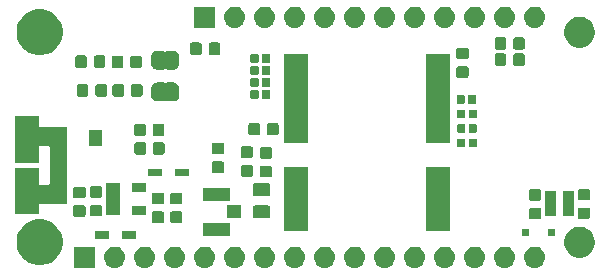
<source format=gbr>
G04 #@! TF.GenerationSoftware,KiCad,Pcbnew,(5.1.4)-1*
G04 #@! TF.CreationDate,2020-02-24T10:19:24-05:00*
G04 #@! TF.ProjectId,Feather-NEO-M9N-GPS,46656174-6865-4722-9d4e-454f2d4d394e,rev?*
G04 #@! TF.SameCoordinates,Original*
G04 #@! TF.FileFunction,Soldermask,Top*
G04 #@! TF.FilePolarity,Negative*
%FSLAX46Y46*%
G04 Gerber Fmt 4.6, Leading zero omitted, Abs format (unit mm)*
G04 Created by KiCad (PCBNEW (5.1.4)-1) date 2020-02-24 10:19:24*
%MOMM*%
%LPD*%
G04 APERTURE LIST*
%ADD10C,0.100000*%
G04 APERTURE END LIST*
D10*
G36*
X135889300Y-96989200D02*
G01*
X134087300Y-96989200D01*
X134087300Y-95187200D01*
X135889300Y-95187200D01*
X135889300Y-96989200D01*
X135889300Y-96989200D01*
G37*
G36*
X155418743Y-95193719D02*
G01*
X155484927Y-95200237D01*
X155654766Y-95251757D01*
X155811291Y-95335422D01*
X155847029Y-95364752D01*
X155948486Y-95448014D01*
X156031748Y-95549471D01*
X156061078Y-95585209D01*
X156144743Y-95741734D01*
X156196263Y-95911573D01*
X156213659Y-96088200D01*
X156196263Y-96264827D01*
X156144743Y-96434666D01*
X156061078Y-96591191D01*
X156031748Y-96626929D01*
X155948486Y-96728386D01*
X155847029Y-96811648D01*
X155811291Y-96840978D01*
X155654766Y-96924643D01*
X155484927Y-96976163D01*
X155418743Y-96982681D01*
X155352560Y-96989200D01*
X155264040Y-96989200D01*
X155197857Y-96982681D01*
X155131673Y-96976163D01*
X154961834Y-96924643D01*
X154805309Y-96840978D01*
X154769571Y-96811648D01*
X154668114Y-96728386D01*
X154584852Y-96626929D01*
X154555522Y-96591191D01*
X154471857Y-96434666D01*
X154420337Y-96264827D01*
X154402941Y-96088200D01*
X154420337Y-95911573D01*
X154471857Y-95741734D01*
X154555522Y-95585209D01*
X154584852Y-95549471D01*
X154668114Y-95448014D01*
X154769571Y-95364752D01*
X154805309Y-95335422D01*
X154961834Y-95251757D01*
X155131673Y-95200237D01*
X155197857Y-95193719D01*
X155264040Y-95187200D01*
X155352560Y-95187200D01*
X155418743Y-95193719D01*
X155418743Y-95193719D01*
G37*
G36*
X173198743Y-95193719D02*
G01*
X173264927Y-95200237D01*
X173434766Y-95251757D01*
X173591291Y-95335422D01*
X173627029Y-95364752D01*
X173728486Y-95448014D01*
X173811748Y-95549471D01*
X173841078Y-95585209D01*
X173924743Y-95741734D01*
X173976263Y-95911573D01*
X173993659Y-96088200D01*
X173976263Y-96264827D01*
X173924743Y-96434666D01*
X173841078Y-96591191D01*
X173811748Y-96626929D01*
X173728486Y-96728386D01*
X173627029Y-96811648D01*
X173591291Y-96840978D01*
X173434766Y-96924643D01*
X173264927Y-96976163D01*
X173198743Y-96982681D01*
X173132560Y-96989200D01*
X173044040Y-96989200D01*
X172977857Y-96982681D01*
X172911673Y-96976163D01*
X172741834Y-96924643D01*
X172585309Y-96840978D01*
X172549571Y-96811648D01*
X172448114Y-96728386D01*
X172364852Y-96626929D01*
X172335522Y-96591191D01*
X172251857Y-96434666D01*
X172200337Y-96264827D01*
X172182941Y-96088200D01*
X172200337Y-95911573D01*
X172251857Y-95741734D01*
X172335522Y-95585209D01*
X172364852Y-95549471D01*
X172448114Y-95448014D01*
X172549571Y-95364752D01*
X172585309Y-95335422D01*
X172741834Y-95251757D01*
X172911673Y-95200237D01*
X172977857Y-95193719D01*
X173044040Y-95187200D01*
X173132560Y-95187200D01*
X173198743Y-95193719D01*
X173198743Y-95193719D01*
G37*
G36*
X168118743Y-95193719D02*
G01*
X168184927Y-95200237D01*
X168354766Y-95251757D01*
X168511291Y-95335422D01*
X168547029Y-95364752D01*
X168648486Y-95448014D01*
X168731748Y-95549471D01*
X168761078Y-95585209D01*
X168844743Y-95741734D01*
X168896263Y-95911573D01*
X168913659Y-96088200D01*
X168896263Y-96264827D01*
X168844743Y-96434666D01*
X168761078Y-96591191D01*
X168731748Y-96626929D01*
X168648486Y-96728386D01*
X168547029Y-96811648D01*
X168511291Y-96840978D01*
X168354766Y-96924643D01*
X168184927Y-96976163D01*
X168118743Y-96982681D01*
X168052560Y-96989200D01*
X167964040Y-96989200D01*
X167897857Y-96982681D01*
X167831673Y-96976163D01*
X167661834Y-96924643D01*
X167505309Y-96840978D01*
X167469571Y-96811648D01*
X167368114Y-96728386D01*
X167284852Y-96626929D01*
X167255522Y-96591191D01*
X167171857Y-96434666D01*
X167120337Y-96264827D01*
X167102941Y-96088200D01*
X167120337Y-95911573D01*
X167171857Y-95741734D01*
X167255522Y-95585209D01*
X167284852Y-95549471D01*
X167368114Y-95448014D01*
X167469571Y-95364752D01*
X167505309Y-95335422D01*
X167661834Y-95251757D01*
X167831673Y-95200237D01*
X167897857Y-95193719D01*
X167964040Y-95187200D01*
X168052560Y-95187200D01*
X168118743Y-95193719D01*
X168118743Y-95193719D01*
G37*
G36*
X165578743Y-95193719D02*
G01*
X165644927Y-95200237D01*
X165814766Y-95251757D01*
X165971291Y-95335422D01*
X166007029Y-95364752D01*
X166108486Y-95448014D01*
X166191748Y-95549471D01*
X166221078Y-95585209D01*
X166304743Y-95741734D01*
X166356263Y-95911573D01*
X166373659Y-96088200D01*
X166356263Y-96264827D01*
X166304743Y-96434666D01*
X166221078Y-96591191D01*
X166191748Y-96626929D01*
X166108486Y-96728386D01*
X166007029Y-96811648D01*
X165971291Y-96840978D01*
X165814766Y-96924643D01*
X165644927Y-96976163D01*
X165578743Y-96982681D01*
X165512560Y-96989200D01*
X165424040Y-96989200D01*
X165357857Y-96982681D01*
X165291673Y-96976163D01*
X165121834Y-96924643D01*
X164965309Y-96840978D01*
X164929571Y-96811648D01*
X164828114Y-96728386D01*
X164744852Y-96626929D01*
X164715522Y-96591191D01*
X164631857Y-96434666D01*
X164580337Y-96264827D01*
X164562941Y-96088200D01*
X164580337Y-95911573D01*
X164631857Y-95741734D01*
X164715522Y-95585209D01*
X164744852Y-95549471D01*
X164828114Y-95448014D01*
X164929571Y-95364752D01*
X164965309Y-95335422D01*
X165121834Y-95251757D01*
X165291673Y-95200237D01*
X165357857Y-95193719D01*
X165424040Y-95187200D01*
X165512560Y-95187200D01*
X165578743Y-95193719D01*
X165578743Y-95193719D01*
G37*
G36*
X163038743Y-95193719D02*
G01*
X163104927Y-95200237D01*
X163274766Y-95251757D01*
X163431291Y-95335422D01*
X163467029Y-95364752D01*
X163568486Y-95448014D01*
X163651748Y-95549471D01*
X163681078Y-95585209D01*
X163764743Y-95741734D01*
X163816263Y-95911573D01*
X163833659Y-96088200D01*
X163816263Y-96264827D01*
X163764743Y-96434666D01*
X163681078Y-96591191D01*
X163651748Y-96626929D01*
X163568486Y-96728386D01*
X163467029Y-96811648D01*
X163431291Y-96840978D01*
X163274766Y-96924643D01*
X163104927Y-96976163D01*
X163038743Y-96982681D01*
X162972560Y-96989200D01*
X162884040Y-96989200D01*
X162817857Y-96982681D01*
X162751673Y-96976163D01*
X162581834Y-96924643D01*
X162425309Y-96840978D01*
X162389571Y-96811648D01*
X162288114Y-96728386D01*
X162204852Y-96626929D01*
X162175522Y-96591191D01*
X162091857Y-96434666D01*
X162040337Y-96264827D01*
X162022941Y-96088200D01*
X162040337Y-95911573D01*
X162091857Y-95741734D01*
X162175522Y-95585209D01*
X162204852Y-95549471D01*
X162288114Y-95448014D01*
X162389571Y-95364752D01*
X162425309Y-95335422D01*
X162581834Y-95251757D01*
X162751673Y-95200237D01*
X162817857Y-95193719D01*
X162884040Y-95187200D01*
X162972560Y-95187200D01*
X163038743Y-95193719D01*
X163038743Y-95193719D01*
G37*
G36*
X160498743Y-95193719D02*
G01*
X160564927Y-95200237D01*
X160734766Y-95251757D01*
X160891291Y-95335422D01*
X160927029Y-95364752D01*
X161028486Y-95448014D01*
X161111748Y-95549471D01*
X161141078Y-95585209D01*
X161224743Y-95741734D01*
X161276263Y-95911573D01*
X161293659Y-96088200D01*
X161276263Y-96264827D01*
X161224743Y-96434666D01*
X161141078Y-96591191D01*
X161111748Y-96626929D01*
X161028486Y-96728386D01*
X160927029Y-96811648D01*
X160891291Y-96840978D01*
X160734766Y-96924643D01*
X160564927Y-96976163D01*
X160498743Y-96982681D01*
X160432560Y-96989200D01*
X160344040Y-96989200D01*
X160277857Y-96982681D01*
X160211673Y-96976163D01*
X160041834Y-96924643D01*
X159885309Y-96840978D01*
X159849571Y-96811648D01*
X159748114Y-96728386D01*
X159664852Y-96626929D01*
X159635522Y-96591191D01*
X159551857Y-96434666D01*
X159500337Y-96264827D01*
X159482941Y-96088200D01*
X159500337Y-95911573D01*
X159551857Y-95741734D01*
X159635522Y-95585209D01*
X159664852Y-95549471D01*
X159748114Y-95448014D01*
X159849571Y-95364752D01*
X159885309Y-95335422D01*
X160041834Y-95251757D01*
X160211673Y-95200237D01*
X160277857Y-95193719D01*
X160344040Y-95187200D01*
X160432560Y-95187200D01*
X160498743Y-95193719D01*
X160498743Y-95193719D01*
G37*
G36*
X157958743Y-95193719D02*
G01*
X158024927Y-95200237D01*
X158194766Y-95251757D01*
X158351291Y-95335422D01*
X158387029Y-95364752D01*
X158488486Y-95448014D01*
X158571748Y-95549471D01*
X158601078Y-95585209D01*
X158684743Y-95741734D01*
X158736263Y-95911573D01*
X158753659Y-96088200D01*
X158736263Y-96264827D01*
X158684743Y-96434666D01*
X158601078Y-96591191D01*
X158571748Y-96626929D01*
X158488486Y-96728386D01*
X158387029Y-96811648D01*
X158351291Y-96840978D01*
X158194766Y-96924643D01*
X158024927Y-96976163D01*
X157958743Y-96982681D01*
X157892560Y-96989200D01*
X157804040Y-96989200D01*
X157737857Y-96982681D01*
X157671673Y-96976163D01*
X157501834Y-96924643D01*
X157345309Y-96840978D01*
X157309571Y-96811648D01*
X157208114Y-96728386D01*
X157124852Y-96626929D01*
X157095522Y-96591191D01*
X157011857Y-96434666D01*
X156960337Y-96264827D01*
X156942941Y-96088200D01*
X156960337Y-95911573D01*
X157011857Y-95741734D01*
X157095522Y-95585209D01*
X157124852Y-95549471D01*
X157208114Y-95448014D01*
X157309571Y-95364752D01*
X157345309Y-95335422D01*
X157501834Y-95251757D01*
X157671673Y-95200237D01*
X157737857Y-95193719D01*
X157804040Y-95187200D01*
X157892560Y-95187200D01*
X157958743Y-95193719D01*
X157958743Y-95193719D01*
G37*
G36*
X170658743Y-95193719D02*
G01*
X170724927Y-95200237D01*
X170894766Y-95251757D01*
X171051291Y-95335422D01*
X171087029Y-95364752D01*
X171188486Y-95448014D01*
X171271748Y-95549471D01*
X171301078Y-95585209D01*
X171384743Y-95741734D01*
X171436263Y-95911573D01*
X171453659Y-96088200D01*
X171436263Y-96264827D01*
X171384743Y-96434666D01*
X171301078Y-96591191D01*
X171271748Y-96626929D01*
X171188486Y-96728386D01*
X171087029Y-96811648D01*
X171051291Y-96840978D01*
X170894766Y-96924643D01*
X170724927Y-96976163D01*
X170658743Y-96982681D01*
X170592560Y-96989200D01*
X170504040Y-96989200D01*
X170437857Y-96982681D01*
X170371673Y-96976163D01*
X170201834Y-96924643D01*
X170045309Y-96840978D01*
X170009571Y-96811648D01*
X169908114Y-96728386D01*
X169824852Y-96626929D01*
X169795522Y-96591191D01*
X169711857Y-96434666D01*
X169660337Y-96264827D01*
X169642941Y-96088200D01*
X169660337Y-95911573D01*
X169711857Y-95741734D01*
X169795522Y-95585209D01*
X169824852Y-95549471D01*
X169908114Y-95448014D01*
X170009571Y-95364752D01*
X170045309Y-95335422D01*
X170201834Y-95251757D01*
X170371673Y-95200237D01*
X170437857Y-95193719D01*
X170504040Y-95187200D01*
X170592560Y-95187200D01*
X170658743Y-95193719D01*
X170658743Y-95193719D01*
G37*
G36*
X150338743Y-95193719D02*
G01*
X150404927Y-95200237D01*
X150574766Y-95251757D01*
X150731291Y-95335422D01*
X150767029Y-95364752D01*
X150868486Y-95448014D01*
X150951748Y-95549471D01*
X150981078Y-95585209D01*
X151064743Y-95741734D01*
X151116263Y-95911573D01*
X151133659Y-96088200D01*
X151116263Y-96264827D01*
X151064743Y-96434666D01*
X150981078Y-96591191D01*
X150951748Y-96626929D01*
X150868486Y-96728386D01*
X150767029Y-96811648D01*
X150731291Y-96840978D01*
X150574766Y-96924643D01*
X150404927Y-96976163D01*
X150338743Y-96982681D01*
X150272560Y-96989200D01*
X150184040Y-96989200D01*
X150117857Y-96982681D01*
X150051673Y-96976163D01*
X149881834Y-96924643D01*
X149725309Y-96840978D01*
X149689571Y-96811648D01*
X149588114Y-96728386D01*
X149504852Y-96626929D01*
X149475522Y-96591191D01*
X149391857Y-96434666D01*
X149340337Y-96264827D01*
X149322941Y-96088200D01*
X149340337Y-95911573D01*
X149391857Y-95741734D01*
X149475522Y-95585209D01*
X149504852Y-95549471D01*
X149588114Y-95448014D01*
X149689571Y-95364752D01*
X149725309Y-95335422D01*
X149881834Y-95251757D01*
X150051673Y-95200237D01*
X150117857Y-95193719D01*
X150184040Y-95187200D01*
X150272560Y-95187200D01*
X150338743Y-95193719D01*
X150338743Y-95193719D01*
G37*
G36*
X152878743Y-95193719D02*
G01*
X152944927Y-95200237D01*
X153114766Y-95251757D01*
X153271291Y-95335422D01*
X153307029Y-95364752D01*
X153408486Y-95448014D01*
X153491748Y-95549471D01*
X153521078Y-95585209D01*
X153604743Y-95741734D01*
X153656263Y-95911573D01*
X153673659Y-96088200D01*
X153656263Y-96264827D01*
X153604743Y-96434666D01*
X153521078Y-96591191D01*
X153491748Y-96626929D01*
X153408486Y-96728386D01*
X153307029Y-96811648D01*
X153271291Y-96840978D01*
X153114766Y-96924643D01*
X152944927Y-96976163D01*
X152878743Y-96982681D01*
X152812560Y-96989200D01*
X152724040Y-96989200D01*
X152657857Y-96982681D01*
X152591673Y-96976163D01*
X152421834Y-96924643D01*
X152265309Y-96840978D01*
X152229571Y-96811648D01*
X152128114Y-96728386D01*
X152044852Y-96626929D01*
X152015522Y-96591191D01*
X151931857Y-96434666D01*
X151880337Y-96264827D01*
X151862941Y-96088200D01*
X151880337Y-95911573D01*
X151931857Y-95741734D01*
X152015522Y-95585209D01*
X152044852Y-95549471D01*
X152128114Y-95448014D01*
X152229571Y-95364752D01*
X152265309Y-95335422D01*
X152421834Y-95251757D01*
X152591673Y-95200237D01*
X152657857Y-95193719D01*
X152724040Y-95187200D01*
X152812560Y-95187200D01*
X152878743Y-95193719D01*
X152878743Y-95193719D01*
G37*
G36*
X137638743Y-95193719D02*
G01*
X137704927Y-95200237D01*
X137874766Y-95251757D01*
X138031291Y-95335422D01*
X138067029Y-95364752D01*
X138168486Y-95448014D01*
X138251748Y-95549471D01*
X138281078Y-95585209D01*
X138364743Y-95741734D01*
X138416263Y-95911573D01*
X138433659Y-96088200D01*
X138416263Y-96264827D01*
X138364743Y-96434666D01*
X138281078Y-96591191D01*
X138251748Y-96626929D01*
X138168486Y-96728386D01*
X138067029Y-96811648D01*
X138031291Y-96840978D01*
X137874766Y-96924643D01*
X137704927Y-96976163D01*
X137638743Y-96982681D01*
X137572560Y-96989200D01*
X137484040Y-96989200D01*
X137417857Y-96982681D01*
X137351673Y-96976163D01*
X137181834Y-96924643D01*
X137025309Y-96840978D01*
X136989571Y-96811648D01*
X136888114Y-96728386D01*
X136804852Y-96626929D01*
X136775522Y-96591191D01*
X136691857Y-96434666D01*
X136640337Y-96264827D01*
X136622941Y-96088200D01*
X136640337Y-95911573D01*
X136691857Y-95741734D01*
X136775522Y-95585209D01*
X136804852Y-95549471D01*
X136888114Y-95448014D01*
X136989571Y-95364752D01*
X137025309Y-95335422D01*
X137181834Y-95251757D01*
X137351673Y-95200237D01*
X137417857Y-95193719D01*
X137484040Y-95187200D01*
X137572560Y-95187200D01*
X137638743Y-95193719D01*
X137638743Y-95193719D01*
G37*
G36*
X140178743Y-95193719D02*
G01*
X140244927Y-95200237D01*
X140414766Y-95251757D01*
X140571291Y-95335422D01*
X140607029Y-95364752D01*
X140708486Y-95448014D01*
X140791748Y-95549471D01*
X140821078Y-95585209D01*
X140904743Y-95741734D01*
X140956263Y-95911573D01*
X140973659Y-96088200D01*
X140956263Y-96264827D01*
X140904743Y-96434666D01*
X140821078Y-96591191D01*
X140791748Y-96626929D01*
X140708486Y-96728386D01*
X140607029Y-96811648D01*
X140571291Y-96840978D01*
X140414766Y-96924643D01*
X140244927Y-96976163D01*
X140178743Y-96982681D01*
X140112560Y-96989200D01*
X140024040Y-96989200D01*
X139957857Y-96982681D01*
X139891673Y-96976163D01*
X139721834Y-96924643D01*
X139565309Y-96840978D01*
X139529571Y-96811648D01*
X139428114Y-96728386D01*
X139344852Y-96626929D01*
X139315522Y-96591191D01*
X139231857Y-96434666D01*
X139180337Y-96264827D01*
X139162941Y-96088200D01*
X139180337Y-95911573D01*
X139231857Y-95741734D01*
X139315522Y-95585209D01*
X139344852Y-95549471D01*
X139428114Y-95448014D01*
X139529571Y-95364752D01*
X139565309Y-95335422D01*
X139721834Y-95251757D01*
X139891673Y-95200237D01*
X139957857Y-95193719D01*
X140024040Y-95187200D01*
X140112560Y-95187200D01*
X140178743Y-95193719D01*
X140178743Y-95193719D01*
G37*
G36*
X145258743Y-95193719D02*
G01*
X145324927Y-95200237D01*
X145494766Y-95251757D01*
X145651291Y-95335422D01*
X145687029Y-95364752D01*
X145788486Y-95448014D01*
X145871748Y-95549471D01*
X145901078Y-95585209D01*
X145984743Y-95741734D01*
X146036263Y-95911573D01*
X146053659Y-96088200D01*
X146036263Y-96264827D01*
X145984743Y-96434666D01*
X145901078Y-96591191D01*
X145871748Y-96626929D01*
X145788486Y-96728386D01*
X145687029Y-96811648D01*
X145651291Y-96840978D01*
X145494766Y-96924643D01*
X145324927Y-96976163D01*
X145258743Y-96982681D01*
X145192560Y-96989200D01*
X145104040Y-96989200D01*
X145037857Y-96982681D01*
X144971673Y-96976163D01*
X144801834Y-96924643D01*
X144645309Y-96840978D01*
X144609571Y-96811648D01*
X144508114Y-96728386D01*
X144424852Y-96626929D01*
X144395522Y-96591191D01*
X144311857Y-96434666D01*
X144260337Y-96264827D01*
X144242941Y-96088200D01*
X144260337Y-95911573D01*
X144311857Y-95741734D01*
X144395522Y-95585209D01*
X144424852Y-95549471D01*
X144508114Y-95448014D01*
X144609571Y-95364752D01*
X144645309Y-95335422D01*
X144801834Y-95251757D01*
X144971673Y-95200237D01*
X145037857Y-95193719D01*
X145104040Y-95187200D01*
X145192560Y-95187200D01*
X145258743Y-95193719D01*
X145258743Y-95193719D01*
G37*
G36*
X147798743Y-95193719D02*
G01*
X147864927Y-95200237D01*
X148034766Y-95251757D01*
X148191291Y-95335422D01*
X148227029Y-95364752D01*
X148328486Y-95448014D01*
X148411748Y-95549471D01*
X148441078Y-95585209D01*
X148524743Y-95741734D01*
X148576263Y-95911573D01*
X148593659Y-96088200D01*
X148576263Y-96264827D01*
X148524743Y-96434666D01*
X148441078Y-96591191D01*
X148411748Y-96626929D01*
X148328486Y-96728386D01*
X148227029Y-96811648D01*
X148191291Y-96840978D01*
X148034766Y-96924643D01*
X147864927Y-96976163D01*
X147798743Y-96982681D01*
X147732560Y-96989200D01*
X147644040Y-96989200D01*
X147577857Y-96982681D01*
X147511673Y-96976163D01*
X147341834Y-96924643D01*
X147185309Y-96840978D01*
X147149571Y-96811648D01*
X147048114Y-96728386D01*
X146964852Y-96626929D01*
X146935522Y-96591191D01*
X146851857Y-96434666D01*
X146800337Y-96264827D01*
X146782941Y-96088200D01*
X146800337Y-95911573D01*
X146851857Y-95741734D01*
X146935522Y-95585209D01*
X146964852Y-95549471D01*
X147048114Y-95448014D01*
X147149571Y-95364752D01*
X147185309Y-95335422D01*
X147341834Y-95251757D01*
X147511673Y-95200237D01*
X147577857Y-95193719D01*
X147644040Y-95187200D01*
X147732560Y-95187200D01*
X147798743Y-95193719D01*
X147798743Y-95193719D01*
G37*
G36*
X142718743Y-95193719D02*
G01*
X142784927Y-95200237D01*
X142954766Y-95251757D01*
X143111291Y-95335422D01*
X143147029Y-95364752D01*
X143248486Y-95448014D01*
X143331748Y-95549471D01*
X143361078Y-95585209D01*
X143444743Y-95741734D01*
X143496263Y-95911573D01*
X143513659Y-96088200D01*
X143496263Y-96264827D01*
X143444743Y-96434666D01*
X143361078Y-96591191D01*
X143331748Y-96626929D01*
X143248486Y-96728386D01*
X143147029Y-96811648D01*
X143111291Y-96840978D01*
X142954766Y-96924643D01*
X142784927Y-96976163D01*
X142718743Y-96982681D01*
X142652560Y-96989200D01*
X142564040Y-96989200D01*
X142497857Y-96982681D01*
X142431673Y-96976163D01*
X142261834Y-96924643D01*
X142105309Y-96840978D01*
X142069571Y-96811648D01*
X141968114Y-96728386D01*
X141884852Y-96626929D01*
X141855522Y-96591191D01*
X141771857Y-96434666D01*
X141720337Y-96264827D01*
X141702941Y-96088200D01*
X141720337Y-95911573D01*
X141771857Y-95741734D01*
X141855522Y-95585209D01*
X141884852Y-95549471D01*
X141968114Y-95448014D01*
X142069571Y-95364752D01*
X142105309Y-95335422D01*
X142261834Y-95251757D01*
X142431673Y-95200237D01*
X142497857Y-95193719D01*
X142564040Y-95187200D01*
X142652560Y-95187200D01*
X142718743Y-95193719D01*
X142718743Y-95193719D01*
G37*
G36*
X131747385Y-92942175D02*
G01*
X131982326Y-93039491D01*
X132102445Y-93089246D01*
X132421990Y-93302759D01*
X132693741Y-93574510D01*
X132849518Y-93807647D01*
X132907255Y-93894057D01*
X133054325Y-94249115D01*
X133129300Y-94626042D01*
X133129300Y-95010358D01*
X133054325Y-95387285D01*
X132972342Y-95585209D01*
X132907254Y-95742345D01*
X132693741Y-96061890D01*
X132421990Y-96333641D01*
X132102445Y-96547154D01*
X132102444Y-96547155D01*
X132102443Y-96547155D01*
X131747385Y-96694225D01*
X131370458Y-96769200D01*
X130986142Y-96769200D01*
X130609215Y-96694225D01*
X130254157Y-96547155D01*
X130254156Y-96547155D01*
X130254155Y-96547154D01*
X129934610Y-96333641D01*
X129662859Y-96061890D01*
X129449346Y-95742345D01*
X129384258Y-95585209D01*
X129302275Y-95387285D01*
X129227300Y-95010358D01*
X129227300Y-94626042D01*
X129302275Y-94249115D01*
X129449345Y-93894057D01*
X129507082Y-93807647D01*
X129662859Y-93574510D01*
X129934610Y-93302759D01*
X130254155Y-93089246D01*
X130374274Y-93039491D01*
X130609215Y-92942175D01*
X130986142Y-92867200D01*
X131370458Y-92867200D01*
X131747385Y-92942175D01*
X131747385Y-92942175D01*
G37*
G36*
X177277787Y-93567196D02*
G01*
X177514553Y-93665268D01*
X177514555Y-93665269D01*
X177599728Y-93722180D01*
X177727639Y-93807647D01*
X177908853Y-93988861D01*
X178051232Y-94201947D01*
X178149304Y-94438713D01*
X178199300Y-94690061D01*
X178199300Y-94946339D01*
X178149304Y-95197687D01*
X178070769Y-95387286D01*
X178051231Y-95434455D01*
X177908853Y-95647539D01*
X177727639Y-95828753D01*
X177514555Y-95971131D01*
X177514554Y-95971132D01*
X177514553Y-95971132D01*
X177277787Y-96069204D01*
X177026439Y-96119200D01*
X176770161Y-96119200D01*
X176518813Y-96069204D01*
X176282047Y-95971132D01*
X176282046Y-95971132D01*
X176282045Y-95971131D01*
X176068961Y-95828753D01*
X175887747Y-95647539D01*
X175745369Y-95434455D01*
X175725831Y-95387286D01*
X175647296Y-95197687D01*
X175597300Y-94946339D01*
X175597300Y-94690061D01*
X175647296Y-94438713D01*
X175745368Y-94201947D01*
X175887747Y-93988861D01*
X176068961Y-93807647D01*
X176196872Y-93722180D01*
X176282045Y-93665269D01*
X176282047Y-93665268D01*
X176518813Y-93567196D01*
X176770161Y-93517200D01*
X177026439Y-93517200D01*
X177277787Y-93567196D01*
X177277787Y-93567196D01*
G37*
G36*
X137029800Y-94509600D02*
G01*
X135877800Y-94509600D01*
X135877800Y-93907600D01*
X137029800Y-93907600D01*
X137029800Y-94509600D01*
X137029800Y-94509600D01*
G37*
G36*
X139305800Y-94509600D02*
G01*
X138153800Y-94509600D01*
X138153800Y-93907600D01*
X139305800Y-93907600D01*
X139305800Y-94509600D01*
X139305800Y-94509600D01*
G37*
G36*
X174842360Y-94324180D02*
G01*
X174240360Y-94324180D01*
X174240360Y-93722180D01*
X174842360Y-93722180D01*
X174842360Y-94324180D01*
X174842360Y-94324180D01*
G37*
G36*
X172642360Y-94324180D02*
G01*
X172040360Y-94324180D01*
X172040360Y-93722180D01*
X172642360Y-93722180D01*
X172642360Y-94324180D01*
X172642360Y-94324180D01*
G37*
G36*
X147289900Y-94303800D02*
G01*
X144987900Y-94303800D01*
X144987900Y-93151800D01*
X147289900Y-93151800D01*
X147289900Y-94303800D01*
X147289900Y-94303800D01*
G37*
G36*
X153904000Y-93848900D02*
G01*
X151900800Y-93848900D01*
X151900800Y-88445700D01*
X153904000Y-88445700D01*
X153904000Y-93848900D01*
X153904000Y-93848900D01*
G37*
G36*
X165904000Y-93848900D02*
G01*
X163900800Y-93848900D01*
X163900800Y-88445700D01*
X165904000Y-88445700D01*
X165904000Y-93848900D01*
X165904000Y-93848900D01*
G37*
G36*
X143114891Y-92212985D02*
G01*
X143148869Y-92223293D01*
X143180190Y-92240034D01*
X143207639Y-92262561D01*
X143230166Y-92290010D01*
X143246907Y-92321331D01*
X143257215Y-92355309D01*
X143261300Y-92396790D01*
X143261300Y-92998010D01*
X143257215Y-93039491D01*
X143246907Y-93073469D01*
X143230166Y-93104790D01*
X143207639Y-93132239D01*
X143180190Y-93154766D01*
X143148869Y-93171507D01*
X143114891Y-93181815D01*
X143073410Y-93185900D01*
X142397190Y-93185900D01*
X142355709Y-93181815D01*
X142321731Y-93171507D01*
X142290410Y-93154766D01*
X142262961Y-93132239D01*
X142240434Y-93104790D01*
X142223693Y-93073469D01*
X142213385Y-93039491D01*
X142209300Y-92998010D01*
X142209300Y-92396790D01*
X142213385Y-92355309D01*
X142223693Y-92321331D01*
X142240434Y-92290010D01*
X142262961Y-92262561D01*
X142290410Y-92240034D01*
X142321731Y-92223293D01*
X142355709Y-92212985D01*
X142397190Y-92208900D01*
X143073410Y-92208900D01*
X143114891Y-92212985D01*
X143114891Y-92212985D01*
G37*
G36*
X141578191Y-92212985D02*
G01*
X141612169Y-92223293D01*
X141643490Y-92240034D01*
X141670939Y-92262561D01*
X141693466Y-92290010D01*
X141710207Y-92321331D01*
X141720515Y-92355309D01*
X141724600Y-92396790D01*
X141724600Y-92998010D01*
X141720515Y-93039491D01*
X141710207Y-93073469D01*
X141693466Y-93104790D01*
X141670939Y-93132239D01*
X141643490Y-93154766D01*
X141612169Y-93171507D01*
X141578191Y-93181815D01*
X141536710Y-93185900D01*
X140860490Y-93185900D01*
X140819009Y-93181815D01*
X140785031Y-93171507D01*
X140753710Y-93154766D01*
X140726261Y-93132239D01*
X140703734Y-93104790D01*
X140686993Y-93073469D01*
X140676685Y-93039491D01*
X140672600Y-92998010D01*
X140672600Y-92396790D01*
X140676685Y-92355309D01*
X140686993Y-92321331D01*
X140703734Y-92290010D01*
X140726261Y-92262561D01*
X140753710Y-92240034D01*
X140785031Y-92223293D01*
X140819009Y-92212985D01*
X140860490Y-92208900D01*
X141536710Y-92208900D01*
X141578191Y-92212985D01*
X141578191Y-92212985D01*
G37*
G36*
X173516151Y-91913265D02*
G01*
X173550129Y-91923573D01*
X173581450Y-91940314D01*
X173608899Y-91962841D01*
X173631426Y-91990290D01*
X173648167Y-92021611D01*
X173658475Y-92055589D01*
X173662560Y-92097070D01*
X173662560Y-92698290D01*
X173658475Y-92739771D01*
X173648167Y-92773749D01*
X173631426Y-92805070D01*
X173608899Y-92832519D01*
X173581450Y-92855046D01*
X173550129Y-92871787D01*
X173516151Y-92882095D01*
X173474670Y-92886180D01*
X172798450Y-92886180D01*
X172756969Y-92882095D01*
X172722991Y-92871787D01*
X172691670Y-92855046D01*
X172664221Y-92832519D01*
X172641694Y-92805070D01*
X172624953Y-92773749D01*
X172614645Y-92739771D01*
X172610560Y-92698290D01*
X172610560Y-92097070D01*
X172614645Y-92055589D01*
X172624953Y-92021611D01*
X172641694Y-91990290D01*
X172664221Y-91962841D01*
X172691670Y-91940314D01*
X172722991Y-91923573D01*
X172756969Y-91913265D01*
X172798450Y-91909180D01*
X173474670Y-91909180D01*
X173516151Y-91913265D01*
X173516151Y-91913265D01*
G37*
G36*
X177630951Y-91887865D02*
G01*
X177664929Y-91898173D01*
X177696250Y-91914914D01*
X177723699Y-91937441D01*
X177746226Y-91964890D01*
X177762967Y-91996211D01*
X177773275Y-92030189D01*
X177777360Y-92071670D01*
X177777360Y-92672890D01*
X177773275Y-92714371D01*
X177762967Y-92748349D01*
X177746226Y-92779670D01*
X177723699Y-92807119D01*
X177696250Y-92829646D01*
X177664929Y-92846387D01*
X177630951Y-92856695D01*
X177589470Y-92860780D01*
X176913250Y-92860780D01*
X176871769Y-92856695D01*
X176837791Y-92846387D01*
X176806470Y-92829646D01*
X176779021Y-92807119D01*
X176756494Y-92779670D01*
X176739753Y-92748349D01*
X176729445Y-92714371D01*
X176725360Y-92672890D01*
X176725360Y-92071670D01*
X176729445Y-92030189D01*
X176739753Y-91996211D01*
X176756494Y-91964890D01*
X176779021Y-91937441D01*
X176806470Y-91914914D01*
X176837791Y-91898173D01*
X176871769Y-91887865D01*
X176913250Y-91883780D01*
X177589470Y-91883780D01*
X177630951Y-91887865D01*
X177630951Y-91887865D01*
G37*
G36*
X148239900Y-92803800D02*
G01*
X147087900Y-92803800D01*
X147087900Y-91701800D01*
X148239900Y-91701800D01*
X148239900Y-92803800D01*
X148239900Y-92803800D01*
G37*
G36*
X150558768Y-91703865D02*
G01*
X150597438Y-91715596D01*
X150633077Y-91734646D01*
X150664317Y-91760283D01*
X150689954Y-91791523D01*
X150709004Y-91827162D01*
X150720735Y-91865832D01*
X150725300Y-91912188D01*
X150725300Y-92563412D01*
X150720735Y-92609768D01*
X150709004Y-92648438D01*
X150689954Y-92684077D01*
X150664317Y-92715317D01*
X150633077Y-92740954D01*
X150597438Y-92760004D01*
X150558768Y-92771735D01*
X150512412Y-92776300D01*
X149436188Y-92776300D01*
X149389832Y-92771735D01*
X149351162Y-92760004D01*
X149315523Y-92740954D01*
X149284283Y-92715317D01*
X149258646Y-92684077D01*
X149239596Y-92648438D01*
X149227865Y-92609768D01*
X149223300Y-92563412D01*
X149223300Y-91912188D01*
X149227865Y-91865832D01*
X149239596Y-91827162D01*
X149258646Y-91791523D01*
X149284283Y-91760283D01*
X149315523Y-91734646D01*
X149351162Y-91715596D01*
X149389832Y-91703865D01*
X149436188Y-91699300D01*
X150512412Y-91699300D01*
X150558768Y-91703865D01*
X150558768Y-91703865D01*
G37*
G36*
X134923391Y-91692285D02*
G01*
X134957369Y-91702593D01*
X134988690Y-91719334D01*
X135016139Y-91741861D01*
X135038666Y-91769310D01*
X135055407Y-91800631D01*
X135065715Y-91834609D01*
X135069800Y-91876090D01*
X135069800Y-92477310D01*
X135065715Y-92518791D01*
X135055407Y-92552769D01*
X135038666Y-92584090D01*
X135016139Y-92611539D01*
X134988690Y-92634066D01*
X134957369Y-92650807D01*
X134923391Y-92661115D01*
X134881910Y-92665200D01*
X134205690Y-92665200D01*
X134164209Y-92661115D01*
X134130231Y-92650807D01*
X134098910Y-92634066D01*
X134071461Y-92611539D01*
X134048934Y-92584090D01*
X134032193Y-92552769D01*
X134021885Y-92518791D01*
X134017800Y-92477310D01*
X134017800Y-91876090D01*
X134021885Y-91834609D01*
X134032193Y-91800631D01*
X134048934Y-91769310D01*
X134071461Y-91741861D01*
X134098910Y-91719334D01*
X134130231Y-91702593D01*
X134164209Y-91692285D01*
X134205690Y-91688200D01*
X134881910Y-91688200D01*
X134923391Y-91692285D01*
X134923391Y-91692285D01*
G37*
G36*
X136333091Y-91666885D02*
G01*
X136367069Y-91677193D01*
X136398390Y-91693934D01*
X136425839Y-91716461D01*
X136448366Y-91743910D01*
X136465107Y-91775231D01*
X136475415Y-91809209D01*
X136479500Y-91850690D01*
X136479500Y-92451910D01*
X136475415Y-92493391D01*
X136465107Y-92527369D01*
X136448366Y-92558690D01*
X136425839Y-92586139D01*
X136398390Y-92608666D01*
X136367069Y-92625407D01*
X136333091Y-92635715D01*
X136291610Y-92639800D01*
X135615390Y-92639800D01*
X135573909Y-92635715D01*
X135539931Y-92625407D01*
X135508610Y-92608666D01*
X135481161Y-92586139D01*
X135458634Y-92558690D01*
X135441893Y-92527369D01*
X135431585Y-92493391D01*
X135427500Y-92451910D01*
X135427500Y-91850690D01*
X135431585Y-91809209D01*
X135441893Y-91775231D01*
X135458634Y-91743910D01*
X135481161Y-91716461D01*
X135508610Y-91693934D01*
X135539931Y-91677193D01*
X135573909Y-91666885D01*
X135615390Y-91662800D01*
X136291610Y-91662800D01*
X136333091Y-91666885D01*
X136333091Y-91666885D01*
G37*
G36*
X174894960Y-92610380D02*
G01*
X173992960Y-92610380D01*
X173992960Y-90508380D01*
X174894960Y-90508380D01*
X174894960Y-92610380D01*
X174894960Y-92610380D01*
G37*
G36*
X176394960Y-92610380D02*
G01*
X175492960Y-92610380D01*
X175492960Y-90508380D01*
X176394960Y-90508380D01*
X176394960Y-92610380D01*
X176394960Y-92610380D01*
G37*
G36*
X137987200Y-92499300D02*
G01*
X136825200Y-92499300D01*
X136825200Y-89847300D01*
X137987200Y-89847300D01*
X137987200Y-92499300D01*
X137987200Y-92499300D01*
G37*
G36*
X140187200Y-92499300D02*
G01*
X139025200Y-92499300D01*
X139025200Y-91747300D01*
X140187200Y-91747300D01*
X140187200Y-92499300D01*
X140187200Y-92499300D01*
G37*
G36*
X131108840Y-84944881D02*
G01*
X131111242Y-84969267D01*
X131118355Y-84992716D01*
X131129906Y-85014327D01*
X131145451Y-85033269D01*
X131164393Y-85048814D01*
X131186004Y-85060365D01*
X131209453Y-85067478D01*
X131233839Y-85069880D01*
X133508840Y-85069880D01*
X133508840Y-91571880D01*
X131233839Y-91571880D01*
X131209453Y-91574282D01*
X131186004Y-91581395D01*
X131164393Y-91592946D01*
X131145451Y-91608491D01*
X131129906Y-91627433D01*
X131118355Y-91649044D01*
X131111242Y-91672493D01*
X131108840Y-91696879D01*
X131108840Y-92469380D01*
X129106840Y-92469380D01*
X129106840Y-88522380D01*
X131108840Y-88522380D01*
X131108840Y-89869881D01*
X131111242Y-89894267D01*
X131118355Y-89917716D01*
X131129906Y-89939327D01*
X131145451Y-89958269D01*
X131164393Y-89973814D01*
X131186004Y-89985365D01*
X131209453Y-89992478D01*
X131233839Y-89994880D01*
X131901841Y-89994880D01*
X131926227Y-89992478D01*
X131949676Y-89985365D01*
X131971287Y-89973814D01*
X131990229Y-89958269D01*
X132005774Y-89939327D01*
X132017325Y-89917716D01*
X132024438Y-89894267D01*
X132026840Y-89869881D01*
X132026840Y-86771879D01*
X132024438Y-86747493D01*
X132017325Y-86724044D01*
X132005774Y-86702433D01*
X131990229Y-86683491D01*
X131971287Y-86667946D01*
X131949676Y-86656395D01*
X131926227Y-86649282D01*
X131901841Y-86646880D01*
X131233839Y-86646880D01*
X131209453Y-86649282D01*
X131186004Y-86656395D01*
X131164393Y-86667946D01*
X131145451Y-86683491D01*
X131129906Y-86702433D01*
X131118355Y-86724044D01*
X131111242Y-86747493D01*
X131108840Y-86771879D01*
X131108840Y-88119380D01*
X129106840Y-88119380D01*
X129106840Y-84172380D01*
X131108840Y-84172380D01*
X131108840Y-84944881D01*
X131108840Y-84944881D01*
G37*
G36*
X141578191Y-90637985D02*
G01*
X141612169Y-90648293D01*
X141643490Y-90665034D01*
X141670939Y-90687561D01*
X141693466Y-90715010D01*
X141710207Y-90746331D01*
X141720515Y-90780309D01*
X141724600Y-90821790D01*
X141724600Y-91423010D01*
X141720515Y-91464491D01*
X141710207Y-91498469D01*
X141693466Y-91529790D01*
X141670939Y-91557239D01*
X141643490Y-91579766D01*
X141612169Y-91596507D01*
X141578191Y-91606815D01*
X141536710Y-91610900D01*
X140860490Y-91610900D01*
X140819009Y-91606815D01*
X140785031Y-91596507D01*
X140753710Y-91579766D01*
X140726261Y-91557239D01*
X140703734Y-91529790D01*
X140686993Y-91498469D01*
X140676685Y-91464491D01*
X140672600Y-91423010D01*
X140672600Y-90821790D01*
X140676685Y-90780309D01*
X140686993Y-90746331D01*
X140703734Y-90715010D01*
X140726261Y-90687561D01*
X140753710Y-90665034D01*
X140785031Y-90648293D01*
X140819009Y-90637985D01*
X140860490Y-90633900D01*
X141536710Y-90633900D01*
X141578191Y-90637985D01*
X141578191Y-90637985D01*
G37*
G36*
X143114891Y-90637985D02*
G01*
X143148869Y-90648293D01*
X143180190Y-90665034D01*
X143207639Y-90687561D01*
X143230166Y-90715010D01*
X143246907Y-90746331D01*
X143257215Y-90780309D01*
X143261300Y-90821790D01*
X143261300Y-91423010D01*
X143257215Y-91464491D01*
X143246907Y-91498469D01*
X143230166Y-91529790D01*
X143207639Y-91557239D01*
X143180190Y-91579766D01*
X143148869Y-91596507D01*
X143114891Y-91606815D01*
X143073410Y-91610900D01*
X142397190Y-91610900D01*
X142355709Y-91606815D01*
X142321731Y-91596507D01*
X142290410Y-91579766D01*
X142262961Y-91557239D01*
X142240434Y-91529790D01*
X142223693Y-91498469D01*
X142213385Y-91464491D01*
X142209300Y-91423010D01*
X142209300Y-90821790D01*
X142213385Y-90780309D01*
X142223693Y-90746331D01*
X142240434Y-90715010D01*
X142262961Y-90687561D01*
X142290410Y-90665034D01*
X142321731Y-90648293D01*
X142355709Y-90637985D01*
X142397190Y-90633900D01*
X143073410Y-90633900D01*
X143114891Y-90637985D01*
X143114891Y-90637985D01*
G37*
G36*
X147289900Y-91353800D02*
G01*
X144987900Y-91353800D01*
X144987900Y-90201800D01*
X147289900Y-90201800D01*
X147289900Y-91353800D01*
X147289900Y-91353800D01*
G37*
G36*
X173516151Y-90338265D02*
G01*
X173550129Y-90348573D01*
X173581450Y-90365314D01*
X173608899Y-90387841D01*
X173631426Y-90415290D01*
X173648167Y-90446611D01*
X173658475Y-90480589D01*
X173662560Y-90522070D01*
X173662560Y-91123290D01*
X173658475Y-91164771D01*
X173648167Y-91198749D01*
X173631426Y-91230070D01*
X173608899Y-91257519D01*
X173581450Y-91280046D01*
X173550129Y-91296787D01*
X173516151Y-91307095D01*
X173474670Y-91311180D01*
X172798450Y-91311180D01*
X172756969Y-91307095D01*
X172722991Y-91296787D01*
X172691670Y-91280046D01*
X172664221Y-91257519D01*
X172641694Y-91230070D01*
X172624953Y-91198749D01*
X172614645Y-91164771D01*
X172610560Y-91123290D01*
X172610560Y-90522070D01*
X172614645Y-90480589D01*
X172624953Y-90446611D01*
X172641694Y-90415290D01*
X172664221Y-90387841D01*
X172691670Y-90365314D01*
X172722991Y-90348573D01*
X172756969Y-90338265D01*
X172798450Y-90334180D01*
X173474670Y-90334180D01*
X173516151Y-90338265D01*
X173516151Y-90338265D01*
G37*
G36*
X177630951Y-90312865D02*
G01*
X177664929Y-90323173D01*
X177696250Y-90339914D01*
X177723699Y-90362441D01*
X177746226Y-90389890D01*
X177762967Y-90421211D01*
X177773275Y-90455189D01*
X177777360Y-90496670D01*
X177777360Y-91097890D01*
X177773275Y-91139371D01*
X177762967Y-91173349D01*
X177746226Y-91204670D01*
X177723699Y-91232119D01*
X177696250Y-91254646D01*
X177664929Y-91271387D01*
X177630951Y-91281695D01*
X177589470Y-91285780D01*
X176913250Y-91285780D01*
X176871769Y-91281695D01*
X176837791Y-91271387D01*
X176806470Y-91254646D01*
X176779021Y-91232119D01*
X176756494Y-91204670D01*
X176739753Y-91173349D01*
X176729445Y-91139371D01*
X176725360Y-91097890D01*
X176725360Y-90496670D01*
X176729445Y-90455189D01*
X176739753Y-90421211D01*
X176756494Y-90389890D01*
X176779021Y-90362441D01*
X176806470Y-90339914D01*
X176837791Y-90323173D01*
X176871769Y-90312865D01*
X176913250Y-90308780D01*
X177589470Y-90308780D01*
X177630951Y-90312865D01*
X177630951Y-90312865D01*
G37*
G36*
X134923391Y-90117285D02*
G01*
X134957369Y-90127593D01*
X134988690Y-90144334D01*
X135016139Y-90166861D01*
X135038666Y-90194310D01*
X135055407Y-90225631D01*
X135065715Y-90259609D01*
X135069800Y-90301090D01*
X135069800Y-90902310D01*
X135065715Y-90943791D01*
X135055407Y-90977769D01*
X135038666Y-91009090D01*
X135016139Y-91036539D01*
X134988690Y-91059066D01*
X134957369Y-91075807D01*
X134923391Y-91086115D01*
X134881910Y-91090200D01*
X134205690Y-91090200D01*
X134164209Y-91086115D01*
X134130231Y-91075807D01*
X134098910Y-91059066D01*
X134071461Y-91036539D01*
X134048934Y-91009090D01*
X134032193Y-90977769D01*
X134021885Y-90943791D01*
X134017800Y-90902310D01*
X134017800Y-90301090D01*
X134021885Y-90259609D01*
X134032193Y-90225631D01*
X134048934Y-90194310D01*
X134071461Y-90166861D01*
X134098910Y-90144334D01*
X134130231Y-90127593D01*
X134164209Y-90117285D01*
X134205690Y-90113200D01*
X134881910Y-90113200D01*
X134923391Y-90117285D01*
X134923391Y-90117285D01*
G37*
G36*
X136333091Y-90091885D02*
G01*
X136367069Y-90102193D01*
X136398390Y-90118934D01*
X136425839Y-90141461D01*
X136448366Y-90168910D01*
X136465107Y-90200231D01*
X136475415Y-90234209D01*
X136479500Y-90275690D01*
X136479500Y-90876910D01*
X136475415Y-90918391D01*
X136465107Y-90952369D01*
X136448366Y-90983690D01*
X136425839Y-91011139D01*
X136398390Y-91033666D01*
X136367069Y-91050407D01*
X136333091Y-91060715D01*
X136291610Y-91064800D01*
X135615390Y-91064800D01*
X135573909Y-91060715D01*
X135539931Y-91050407D01*
X135508610Y-91033666D01*
X135481161Y-91011139D01*
X135458634Y-90983690D01*
X135441893Y-90952369D01*
X135431585Y-90918391D01*
X135427500Y-90876910D01*
X135427500Y-90275690D01*
X135431585Y-90234209D01*
X135441893Y-90200231D01*
X135458634Y-90168910D01*
X135481161Y-90141461D01*
X135508610Y-90118934D01*
X135539931Y-90102193D01*
X135573909Y-90091885D01*
X135615390Y-90087800D01*
X136291610Y-90087800D01*
X136333091Y-90091885D01*
X136333091Y-90091885D01*
G37*
G36*
X150558768Y-89828865D02*
G01*
X150597438Y-89840596D01*
X150633077Y-89859646D01*
X150664317Y-89885283D01*
X150689954Y-89916523D01*
X150709004Y-89952162D01*
X150720735Y-89990832D01*
X150725300Y-90037188D01*
X150725300Y-90688412D01*
X150720735Y-90734768D01*
X150709004Y-90773438D01*
X150689954Y-90809077D01*
X150664317Y-90840317D01*
X150633077Y-90865954D01*
X150597438Y-90885004D01*
X150558768Y-90896735D01*
X150512412Y-90901300D01*
X149436188Y-90901300D01*
X149389832Y-90896735D01*
X149351162Y-90885004D01*
X149315523Y-90865954D01*
X149284283Y-90840317D01*
X149258646Y-90809077D01*
X149239596Y-90773438D01*
X149227865Y-90734768D01*
X149223300Y-90688412D01*
X149223300Y-90037188D01*
X149227865Y-89990832D01*
X149239596Y-89952162D01*
X149258646Y-89916523D01*
X149284283Y-89885283D01*
X149315523Y-89859646D01*
X149351162Y-89840596D01*
X149389832Y-89828865D01*
X149436188Y-89824300D01*
X150512412Y-89824300D01*
X150558768Y-89828865D01*
X150558768Y-89828865D01*
G37*
G36*
X140187200Y-90599300D02*
G01*
X139025200Y-90599300D01*
X139025200Y-89847300D01*
X140187200Y-89847300D01*
X140187200Y-90599300D01*
X140187200Y-90599300D01*
G37*
G36*
X150709491Y-88339485D02*
G01*
X150743469Y-88349793D01*
X150774790Y-88366534D01*
X150802239Y-88389061D01*
X150824766Y-88416510D01*
X150841507Y-88447831D01*
X150851815Y-88481809D01*
X150855900Y-88523290D01*
X150855900Y-89124510D01*
X150851815Y-89165991D01*
X150841507Y-89199969D01*
X150824766Y-89231290D01*
X150802239Y-89258739D01*
X150774790Y-89281266D01*
X150743469Y-89298007D01*
X150709491Y-89308315D01*
X150668010Y-89312400D01*
X149991790Y-89312400D01*
X149950309Y-89308315D01*
X149916331Y-89298007D01*
X149885010Y-89281266D01*
X149857561Y-89258739D01*
X149835034Y-89231290D01*
X149818293Y-89199969D01*
X149807985Y-89165991D01*
X149803900Y-89124510D01*
X149803900Y-88523290D01*
X149807985Y-88481809D01*
X149818293Y-88447831D01*
X149835034Y-88416510D01*
X149857561Y-88389061D01*
X149885010Y-88366534D01*
X149916331Y-88349793D01*
X149950309Y-88339485D01*
X149991790Y-88335400D01*
X150668010Y-88335400D01*
X150709491Y-88339485D01*
X150709491Y-88339485D01*
G37*
G36*
X149109291Y-88288685D02*
G01*
X149143269Y-88298993D01*
X149174590Y-88315734D01*
X149202039Y-88338261D01*
X149224566Y-88365710D01*
X149241307Y-88397031D01*
X149251615Y-88431009D01*
X149255700Y-88472490D01*
X149255700Y-89073710D01*
X149251615Y-89115191D01*
X149241307Y-89149169D01*
X149224566Y-89180490D01*
X149202039Y-89207939D01*
X149174590Y-89230466D01*
X149143269Y-89247207D01*
X149109291Y-89257515D01*
X149067810Y-89261600D01*
X148391590Y-89261600D01*
X148350109Y-89257515D01*
X148316131Y-89247207D01*
X148284810Y-89230466D01*
X148257361Y-89207939D01*
X148234834Y-89180490D01*
X148218093Y-89149169D01*
X148207785Y-89115191D01*
X148203700Y-89073710D01*
X148203700Y-88472490D01*
X148207785Y-88431009D01*
X148218093Y-88397031D01*
X148234834Y-88365710D01*
X148257361Y-88338261D01*
X148284810Y-88315734D01*
X148316131Y-88298993D01*
X148350109Y-88288685D01*
X148391590Y-88284600D01*
X149067810Y-88284600D01*
X149109291Y-88288685D01*
X149109291Y-88288685D01*
G37*
G36*
X141538300Y-89188300D02*
G01*
X140386300Y-89188300D01*
X140386300Y-88586300D01*
X141538300Y-88586300D01*
X141538300Y-89188300D01*
X141538300Y-89188300D01*
G37*
G36*
X143814300Y-89188300D02*
G01*
X142662300Y-89188300D01*
X142662300Y-88586300D01*
X143814300Y-88586300D01*
X143814300Y-89188300D01*
X143814300Y-89188300D01*
G37*
G36*
X146658191Y-87983885D02*
G01*
X146692169Y-87994193D01*
X146723490Y-88010934D01*
X146750939Y-88033461D01*
X146773466Y-88060910D01*
X146790207Y-88092231D01*
X146800515Y-88126209D01*
X146804600Y-88167690D01*
X146804600Y-88768910D01*
X146800515Y-88810391D01*
X146790207Y-88844369D01*
X146773466Y-88875690D01*
X146750939Y-88903139D01*
X146723490Y-88925666D01*
X146692169Y-88942407D01*
X146658191Y-88952715D01*
X146616710Y-88956800D01*
X145940490Y-88956800D01*
X145899009Y-88952715D01*
X145865031Y-88942407D01*
X145833710Y-88925666D01*
X145806261Y-88903139D01*
X145783734Y-88875690D01*
X145766993Y-88844369D01*
X145756685Y-88810391D01*
X145752600Y-88768910D01*
X145752600Y-88167690D01*
X145756685Y-88126209D01*
X145766993Y-88092231D01*
X145783734Y-88060910D01*
X145806261Y-88033461D01*
X145833710Y-88010934D01*
X145865031Y-87994193D01*
X145899009Y-87983885D01*
X145940490Y-87979800D01*
X146616710Y-87979800D01*
X146658191Y-87983885D01*
X146658191Y-87983885D01*
G37*
G36*
X150709491Y-86764485D02*
G01*
X150743469Y-86774793D01*
X150774790Y-86791534D01*
X150802239Y-86814061D01*
X150824766Y-86841510D01*
X150841507Y-86872831D01*
X150851815Y-86906809D01*
X150855900Y-86948290D01*
X150855900Y-87549510D01*
X150851815Y-87590991D01*
X150841507Y-87624969D01*
X150824766Y-87656290D01*
X150802239Y-87683739D01*
X150774790Y-87706266D01*
X150743469Y-87723007D01*
X150709491Y-87733315D01*
X150668010Y-87737400D01*
X149991790Y-87737400D01*
X149950309Y-87733315D01*
X149916331Y-87723007D01*
X149885010Y-87706266D01*
X149857561Y-87683739D01*
X149835034Y-87656290D01*
X149818293Y-87624969D01*
X149807985Y-87590991D01*
X149803900Y-87549510D01*
X149803900Y-86948290D01*
X149807985Y-86906809D01*
X149818293Y-86872831D01*
X149835034Y-86841510D01*
X149857561Y-86814061D01*
X149885010Y-86791534D01*
X149916331Y-86774793D01*
X149950309Y-86764485D01*
X149991790Y-86760400D01*
X150668010Y-86760400D01*
X150709491Y-86764485D01*
X150709491Y-86764485D01*
G37*
G36*
X149109291Y-86713685D02*
G01*
X149143269Y-86723993D01*
X149174590Y-86740734D01*
X149202039Y-86763261D01*
X149224566Y-86790710D01*
X149241307Y-86822031D01*
X149251615Y-86856009D01*
X149255700Y-86897490D01*
X149255700Y-87498710D01*
X149251615Y-87540191D01*
X149241307Y-87574169D01*
X149224566Y-87605490D01*
X149202039Y-87632939D01*
X149174590Y-87655466D01*
X149143269Y-87672207D01*
X149109291Y-87682515D01*
X149067810Y-87686600D01*
X148391590Y-87686600D01*
X148350109Y-87682515D01*
X148316131Y-87672207D01*
X148284810Y-87655466D01*
X148257361Y-87632939D01*
X148234834Y-87605490D01*
X148218093Y-87574169D01*
X148207785Y-87540191D01*
X148203700Y-87498710D01*
X148203700Y-86897490D01*
X148207785Y-86856009D01*
X148218093Y-86822031D01*
X148234834Y-86790710D01*
X148257361Y-86763261D01*
X148284810Y-86740734D01*
X148316131Y-86723993D01*
X148350109Y-86713685D01*
X148391590Y-86709600D01*
X149067810Y-86709600D01*
X149109291Y-86713685D01*
X149109291Y-86713685D01*
G37*
G36*
X141616991Y-86358785D02*
G01*
X141650969Y-86369093D01*
X141682290Y-86385834D01*
X141709739Y-86408361D01*
X141732266Y-86435810D01*
X141749007Y-86467131D01*
X141759315Y-86501109D01*
X141763400Y-86542590D01*
X141763400Y-87218810D01*
X141759315Y-87260291D01*
X141749007Y-87294269D01*
X141732266Y-87325590D01*
X141709739Y-87353039D01*
X141682290Y-87375566D01*
X141650969Y-87392307D01*
X141616991Y-87402615D01*
X141575510Y-87406700D01*
X140974290Y-87406700D01*
X140932809Y-87402615D01*
X140898831Y-87392307D01*
X140867510Y-87375566D01*
X140840061Y-87353039D01*
X140817534Y-87325590D01*
X140800793Y-87294269D01*
X140790485Y-87260291D01*
X140786400Y-87218810D01*
X140786400Y-86542590D01*
X140790485Y-86501109D01*
X140800793Y-86467131D01*
X140817534Y-86435810D01*
X140840061Y-86408361D01*
X140867510Y-86385834D01*
X140898831Y-86369093D01*
X140932809Y-86358785D01*
X140974290Y-86354700D01*
X141575510Y-86354700D01*
X141616991Y-86358785D01*
X141616991Y-86358785D01*
G37*
G36*
X140041991Y-86358785D02*
G01*
X140075969Y-86369093D01*
X140107290Y-86385834D01*
X140134739Y-86408361D01*
X140157266Y-86435810D01*
X140174007Y-86467131D01*
X140184315Y-86501109D01*
X140188400Y-86542590D01*
X140188400Y-87218810D01*
X140184315Y-87260291D01*
X140174007Y-87294269D01*
X140157266Y-87325590D01*
X140134739Y-87353039D01*
X140107290Y-87375566D01*
X140075969Y-87392307D01*
X140041991Y-87402615D01*
X140000510Y-87406700D01*
X139399290Y-87406700D01*
X139357809Y-87402615D01*
X139323831Y-87392307D01*
X139292510Y-87375566D01*
X139265061Y-87353039D01*
X139242534Y-87325590D01*
X139225793Y-87294269D01*
X139215485Y-87260291D01*
X139211400Y-87218810D01*
X139211400Y-86542590D01*
X139215485Y-86501109D01*
X139225793Y-86467131D01*
X139242534Y-86435810D01*
X139265061Y-86408361D01*
X139292510Y-86385834D01*
X139323831Y-86369093D01*
X139357809Y-86358785D01*
X139399290Y-86354700D01*
X140000510Y-86354700D01*
X140041991Y-86358785D01*
X140041991Y-86358785D01*
G37*
G36*
X146658191Y-86408885D02*
G01*
X146692169Y-86419193D01*
X146723490Y-86435934D01*
X146750939Y-86458461D01*
X146773466Y-86485910D01*
X146790207Y-86517231D01*
X146800515Y-86551209D01*
X146804600Y-86592690D01*
X146804600Y-87193910D01*
X146800515Y-87235391D01*
X146790207Y-87269369D01*
X146773466Y-87300690D01*
X146750939Y-87328139D01*
X146723490Y-87350666D01*
X146692169Y-87367407D01*
X146658191Y-87377715D01*
X146616710Y-87381800D01*
X145940490Y-87381800D01*
X145899009Y-87377715D01*
X145865031Y-87367407D01*
X145833710Y-87350666D01*
X145806261Y-87328139D01*
X145783734Y-87300690D01*
X145766993Y-87269369D01*
X145756685Y-87235391D01*
X145752600Y-87193910D01*
X145752600Y-86592690D01*
X145756685Y-86551209D01*
X145766993Y-86517231D01*
X145783734Y-86485910D01*
X145806261Y-86458461D01*
X145833710Y-86435934D01*
X145865031Y-86419193D01*
X145899009Y-86408885D01*
X145940490Y-86404800D01*
X146616710Y-86404800D01*
X146658191Y-86408885D01*
X146658191Y-86408885D01*
G37*
G36*
X168102538Y-86042516D02*
G01*
X168123157Y-86048771D01*
X168142153Y-86058924D01*
X168158808Y-86072592D01*
X168172476Y-86089247D01*
X168182629Y-86108243D01*
X168188884Y-86128862D01*
X168191600Y-86156440D01*
X168191600Y-86665160D01*
X168188884Y-86692738D01*
X168182629Y-86713357D01*
X168172476Y-86732353D01*
X168158808Y-86749008D01*
X168142153Y-86762676D01*
X168123157Y-86772829D01*
X168102538Y-86779084D01*
X168074960Y-86781800D01*
X167616240Y-86781800D01*
X167588662Y-86779084D01*
X167568043Y-86772829D01*
X167549047Y-86762676D01*
X167532392Y-86749008D01*
X167518724Y-86732353D01*
X167508571Y-86713357D01*
X167502316Y-86692738D01*
X167499600Y-86665160D01*
X167499600Y-86156440D01*
X167502316Y-86128862D01*
X167508571Y-86108243D01*
X167518724Y-86089247D01*
X167532392Y-86072592D01*
X167549047Y-86058924D01*
X167568043Y-86048771D01*
X167588662Y-86042516D01*
X167616240Y-86039800D01*
X168074960Y-86039800D01*
X168102538Y-86042516D01*
X168102538Y-86042516D01*
G37*
G36*
X167132538Y-86042516D02*
G01*
X167153157Y-86048771D01*
X167172153Y-86058924D01*
X167188808Y-86072592D01*
X167202476Y-86089247D01*
X167212629Y-86108243D01*
X167218884Y-86128862D01*
X167221600Y-86156440D01*
X167221600Y-86665160D01*
X167218884Y-86692738D01*
X167212629Y-86713357D01*
X167202476Y-86732353D01*
X167188808Y-86749008D01*
X167172153Y-86762676D01*
X167153157Y-86772829D01*
X167132538Y-86779084D01*
X167104960Y-86781800D01*
X166646240Y-86781800D01*
X166618662Y-86779084D01*
X166598043Y-86772829D01*
X166579047Y-86762676D01*
X166562392Y-86749008D01*
X166548724Y-86732353D01*
X166538571Y-86713357D01*
X166532316Y-86692738D01*
X166529600Y-86665160D01*
X166529600Y-86156440D01*
X166532316Y-86128862D01*
X166538571Y-86108243D01*
X166548724Y-86089247D01*
X166562392Y-86072592D01*
X166579047Y-86058924D01*
X166598043Y-86048771D01*
X166618662Y-86042516D01*
X166646240Y-86039800D01*
X167104960Y-86039800D01*
X167132538Y-86042516D01*
X167132538Y-86042516D01*
G37*
G36*
X136465900Y-86705800D02*
G01*
X135364900Y-86705800D01*
X135364900Y-85353800D01*
X136465900Y-85353800D01*
X136465900Y-86705800D01*
X136465900Y-86705800D01*
G37*
G36*
X153904000Y-86448900D02*
G01*
X151900800Y-86448900D01*
X151900800Y-78845700D01*
X153904000Y-78845700D01*
X153904000Y-86448900D01*
X153904000Y-86448900D01*
G37*
G36*
X165904000Y-86448900D02*
G01*
X163900800Y-86448900D01*
X163900800Y-78845700D01*
X165904000Y-78845700D01*
X165904000Y-86448900D01*
X165904000Y-86448900D01*
G37*
G36*
X141594131Y-84801765D02*
G01*
X141628109Y-84812073D01*
X141659430Y-84828814D01*
X141686879Y-84851341D01*
X141709406Y-84878790D01*
X141726147Y-84910111D01*
X141736455Y-84944089D01*
X141740540Y-84985570D01*
X141740540Y-85661790D01*
X141736455Y-85703271D01*
X141726147Y-85737249D01*
X141709406Y-85768570D01*
X141686879Y-85796019D01*
X141659430Y-85818546D01*
X141628109Y-85835287D01*
X141594131Y-85845595D01*
X141552650Y-85849680D01*
X140951430Y-85849680D01*
X140909949Y-85845595D01*
X140875971Y-85835287D01*
X140844650Y-85818546D01*
X140817201Y-85796019D01*
X140794674Y-85768570D01*
X140777933Y-85737249D01*
X140767625Y-85703271D01*
X140763540Y-85661790D01*
X140763540Y-84985570D01*
X140767625Y-84944089D01*
X140777933Y-84910111D01*
X140794674Y-84878790D01*
X140817201Y-84851341D01*
X140844650Y-84828814D01*
X140875971Y-84812073D01*
X140909949Y-84801765D01*
X140951430Y-84797680D01*
X141552650Y-84797680D01*
X141594131Y-84801765D01*
X141594131Y-84801765D01*
G37*
G36*
X140019131Y-84801765D02*
G01*
X140053109Y-84812073D01*
X140084430Y-84828814D01*
X140111879Y-84851341D01*
X140134406Y-84878790D01*
X140151147Y-84910111D01*
X140161455Y-84944089D01*
X140165540Y-84985570D01*
X140165540Y-85661790D01*
X140161455Y-85703271D01*
X140151147Y-85737249D01*
X140134406Y-85768570D01*
X140111879Y-85796019D01*
X140084430Y-85818546D01*
X140053109Y-85835287D01*
X140019131Y-85845595D01*
X139977650Y-85849680D01*
X139376430Y-85849680D01*
X139334949Y-85845595D01*
X139300971Y-85835287D01*
X139269650Y-85818546D01*
X139242201Y-85796019D01*
X139219674Y-85768570D01*
X139202933Y-85737249D01*
X139192625Y-85703271D01*
X139188540Y-85661790D01*
X139188540Y-84985570D01*
X139192625Y-84944089D01*
X139202933Y-84910111D01*
X139219674Y-84878790D01*
X139242201Y-84851341D01*
X139269650Y-84828814D01*
X139300971Y-84812073D01*
X139334949Y-84801765D01*
X139376430Y-84797680D01*
X139977650Y-84797680D01*
X140019131Y-84801765D01*
X140019131Y-84801765D01*
G37*
G36*
X149688911Y-84720485D02*
G01*
X149722889Y-84730793D01*
X149754210Y-84747534D01*
X149781659Y-84770061D01*
X149804186Y-84797510D01*
X149820927Y-84828831D01*
X149831235Y-84862809D01*
X149835320Y-84904290D01*
X149835320Y-85580510D01*
X149831235Y-85621991D01*
X149820927Y-85655969D01*
X149804186Y-85687290D01*
X149781659Y-85714739D01*
X149754210Y-85737266D01*
X149722889Y-85754007D01*
X149688911Y-85764315D01*
X149647430Y-85768400D01*
X149046210Y-85768400D01*
X149004729Y-85764315D01*
X148970751Y-85754007D01*
X148939430Y-85737266D01*
X148911981Y-85714739D01*
X148889454Y-85687290D01*
X148872713Y-85655969D01*
X148862405Y-85621991D01*
X148858320Y-85580510D01*
X148858320Y-84904290D01*
X148862405Y-84862809D01*
X148872713Y-84828831D01*
X148889454Y-84797510D01*
X148911981Y-84770061D01*
X148939430Y-84747534D01*
X148970751Y-84730793D01*
X149004729Y-84720485D01*
X149046210Y-84716400D01*
X149647430Y-84716400D01*
X149688911Y-84720485D01*
X149688911Y-84720485D01*
G37*
G36*
X151263911Y-84720485D02*
G01*
X151297889Y-84730793D01*
X151329210Y-84747534D01*
X151356659Y-84770061D01*
X151379186Y-84797510D01*
X151395927Y-84828831D01*
X151406235Y-84862809D01*
X151410320Y-84904290D01*
X151410320Y-85580510D01*
X151406235Y-85621991D01*
X151395927Y-85655969D01*
X151379186Y-85687290D01*
X151356659Y-85714739D01*
X151329210Y-85737266D01*
X151297889Y-85754007D01*
X151263911Y-85764315D01*
X151222430Y-85768400D01*
X150621210Y-85768400D01*
X150579729Y-85764315D01*
X150545751Y-85754007D01*
X150514430Y-85737266D01*
X150486981Y-85714739D01*
X150464454Y-85687290D01*
X150447713Y-85655969D01*
X150437405Y-85621991D01*
X150433320Y-85580510D01*
X150433320Y-84904290D01*
X150437405Y-84862809D01*
X150447713Y-84828831D01*
X150464454Y-84797510D01*
X150486981Y-84770061D01*
X150514430Y-84747534D01*
X150545751Y-84730793D01*
X150579729Y-84720485D01*
X150621210Y-84716400D01*
X151222430Y-84716400D01*
X151263911Y-84720485D01*
X151263911Y-84720485D01*
G37*
G36*
X167132538Y-84814848D02*
G01*
X167153157Y-84821103D01*
X167172153Y-84831256D01*
X167188808Y-84844924D01*
X167202476Y-84861579D01*
X167212629Y-84880575D01*
X167218884Y-84901194D01*
X167221600Y-84928772D01*
X167221600Y-85437492D01*
X167218884Y-85465070D01*
X167212629Y-85485689D01*
X167202476Y-85504685D01*
X167188808Y-85521340D01*
X167172153Y-85535008D01*
X167153157Y-85545161D01*
X167132538Y-85551416D01*
X167104960Y-85554132D01*
X166646240Y-85554132D01*
X166618662Y-85551416D01*
X166598043Y-85545161D01*
X166579047Y-85535008D01*
X166562392Y-85521340D01*
X166548724Y-85504685D01*
X166538571Y-85485689D01*
X166532316Y-85465070D01*
X166529600Y-85437492D01*
X166529600Y-84928772D01*
X166532316Y-84901194D01*
X166538571Y-84880575D01*
X166548724Y-84861579D01*
X166562392Y-84844924D01*
X166579047Y-84831256D01*
X166598043Y-84821103D01*
X166618662Y-84814848D01*
X166646240Y-84812132D01*
X167104960Y-84812132D01*
X167132538Y-84814848D01*
X167132538Y-84814848D01*
G37*
G36*
X168102538Y-84814848D02*
G01*
X168123157Y-84821103D01*
X168142153Y-84831256D01*
X168158808Y-84844924D01*
X168172476Y-84861579D01*
X168182629Y-84880575D01*
X168188884Y-84901194D01*
X168191600Y-84928772D01*
X168191600Y-85437492D01*
X168188884Y-85465070D01*
X168182629Y-85485689D01*
X168172476Y-85504685D01*
X168158808Y-85521340D01*
X168142153Y-85535008D01*
X168123157Y-85545161D01*
X168102538Y-85551416D01*
X168074960Y-85554132D01*
X167616240Y-85554132D01*
X167588662Y-85551416D01*
X167568043Y-85545161D01*
X167549047Y-85535008D01*
X167532392Y-85521340D01*
X167518724Y-85504685D01*
X167508571Y-85485689D01*
X167502316Y-85465070D01*
X167499600Y-85437492D01*
X167499600Y-84928772D01*
X167502316Y-84901194D01*
X167508571Y-84880575D01*
X167518724Y-84861579D01*
X167532392Y-84844924D01*
X167549047Y-84831256D01*
X167568043Y-84821103D01*
X167588662Y-84814848D01*
X167616240Y-84812132D01*
X168074960Y-84812132D01*
X168102538Y-84814848D01*
X168102538Y-84814848D01*
G37*
G36*
X167132538Y-83587182D02*
G01*
X167153157Y-83593437D01*
X167172153Y-83603590D01*
X167188808Y-83617258D01*
X167202476Y-83633913D01*
X167212629Y-83652909D01*
X167218884Y-83673528D01*
X167221600Y-83701106D01*
X167221600Y-84209826D01*
X167218884Y-84237404D01*
X167212629Y-84258023D01*
X167202476Y-84277019D01*
X167188808Y-84293674D01*
X167172153Y-84307342D01*
X167153157Y-84317495D01*
X167132538Y-84323750D01*
X167104960Y-84326466D01*
X166646240Y-84326466D01*
X166618662Y-84323750D01*
X166598043Y-84317495D01*
X166579047Y-84307342D01*
X166562392Y-84293674D01*
X166548724Y-84277019D01*
X166538571Y-84258023D01*
X166532316Y-84237404D01*
X166529600Y-84209826D01*
X166529600Y-83701106D01*
X166532316Y-83673528D01*
X166538571Y-83652909D01*
X166548724Y-83633913D01*
X166562392Y-83617258D01*
X166579047Y-83603590D01*
X166598043Y-83593437D01*
X166618662Y-83587182D01*
X166646240Y-83584466D01*
X167104960Y-83584466D01*
X167132538Y-83587182D01*
X167132538Y-83587182D01*
G37*
G36*
X168102538Y-83587182D02*
G01*
X168123157Y-83593437D01*
X168142153Y-83603590D01*
X168158808Y-83617258D01*
X168172476Y-83633913D01*
X168182629Y-83652909D01*
X168188884Y-83673528D01*
X168191600Y-83701106D01*
X168191600Y-84209826D01*
X168188884Y-84237404D01*
X168182629Y-84258023D01*
X168172476Y-84277019D01*
X168158808Y-84293674D01*
X168142153Y-84307342D01*
X168123157Y-84317495D01*
X168102538Y-84323750D01*
X168074960Y-84326466D01*
X167616240Y-84326466D01*
X167588662Y-84323750D01*
X167568043Y-84317495D01*
X167549047Y-84307342D01*
X167532392Y-84293674D01*
X167518724Y-84277019D01*
X167508571Y-84258023D01*
X167502316Y-84237404D01*
X167499600Y-84209826D01*
X167499600Y-83701106D01*
X167502316Y-83673528D01*
X167508571Y-83652909D01*
X167518724Y-83633913D01*
X167532392Y-83617258D01*
X167549047Y-83603590D01*
X167568043Y-83593437D01*
X167588662Y-83587182D01*
X167616240Y-83584466D01*
X168074960Y-83584466D01*
X168102538Y-83587182D01*
X168102538Y-83587182D01*
G37*
G36*
X168051738Y-82359516D02*
G01*
X168072357Y-82365771D01*
X168091353Y-82375924D01*
X168108008Y-82389592D01*
X168121676Y-82406247D01*
X168131829Y-82425243D01*
X168138084Y-82445862D01*
X168140800Y-82473440D01*
X168140800Y-82982160D01*
X168138084Y-83009738D01*
X168131829Y-83030357D01*
X168121676Y-83049353D01*
X168108008Y-83066008D01*
X168091353Y-83079676D01*
X168072357Y-83089829D01*
X168051738Y-83096084D01*
X168024160Y-83098800D01*
X167565440Y-83098800D01*
X167537862Y-83096084D01*
X167517243Y-83089829D01*
X167498247Y-83079676D01*
X167481592Y-83066008D01*
X167467924Y-83049353D01*
X167457771Y-83030357D01*
X167451516Y-83009738D01*
X167448800Y-82982160D01*
X167448800Y-82473440D01*
X167451516Y-82445862D01*
X167457771Y-82425243D01*
X167467924Y-82406247D01*
X167481592Y-82389592D01*
X167498247Y-82375924D01*
X167517243Y-82365771D01*
X167537862Y-82359516D01*
X167565440Y-82356800D01*
X168024160Y-82356800D01*
X168051738Y-82359516D01*
X168051738Y-82359516D01*
G37*
G36*
X167081738Y-82359516D02*
G01*
X167102357Y-82365771D01*
X167121353Y-82375924D01*
X167138008Y-82389592D01*
X167151676Y-82406247D01*
X167161829Y-82425243D01*
X167168084Y-82445862D01*
X167170800Y-82473440D01*
X167170800Y-82982160D01*
X167168084Y-83009738D01*
X167161829Y-83030357D01*
X167151676Y-83049353D01*
X167138008Y-83066008D01*
X167121353Y-83079676D01*
X167102357Y-83089829D01*
X167081738Y-83096084D01*
X167054160Y-83098800D01*
X166595440Y-83098800D01*
X166567862Y-83096084D01*
X166547243Y-83089829D01*
X166528247Y-83079676D01*
X166511592Y-83066008D01*
X166497924Y-83049353D01*
X166487771Y-83030357D01*
X166481516Y-83009738D01*
X166478800Y-82982160D01*
X166478800Y-82473440D01*
X166481516Y-82445862D01*
X166487771Y-82425243D01*
X166497924Y-82406247D01*
X166511592Y-82389592D01*
X166528247Y-82375924D01*
X166547243Y-82365771D01*
X166567862Y-82359516D01*
X166595440Y-82356800D01*
X167054160Y-82356800D01*
X167081738Y-82359516D01*
X167081738Y-82359516D01*
G37*
G36*
X141680899Y-81292537D02*
G01*
X141690508Y-81295452D01*
X141699372Y-81300190D01*
X141707137Y-81306563D01*
X141717348Y-81319006D01*
X141724278Y-81329375D01*
X141741605Y-81346702D01*
X141761980Y-81360315D01*
X141784620Y-81369691D01*
X141808653Y-81374471D01*
X141833157Y-81374470D01*
X141857190Y-81369688D01*
X141879829Y-81360310D01*
X141900202Y-81346695D01*
X141917529Y-81329368D01*
X141924458Y-81318998D01*
X141934663Y-81306563D01*
X141942428Y-81300190D01*
X141951292Y-81295452D01*
X141960901Y-81292537D01*
X141977040Y-81290948D01*
X142464761Y-81290948D01*
X142483099Y-81292754D01*
X142495350Y-81293356D01*
X142513769Y-81293356D01*
X142536049Y-81295550D01*
X142620133Y-81312276D01*
X142641560Y-81318776D01*
X142720758Y-81351580D01*
X142726203Y-81354491D01*
X142726209Y-81354493D01*
X142735069Y-81359229D01*
X142735073Y-81359232D01*
X142740514Y-81362140D01*
X142811799Y-81409771D01*
X142829104Y-81423972D01*
X142889728Y-81484596D01*
X142903929Y-81501901D01*
X142951560Y-81573186D01*
X142954468Y-81578627D01*
X142954471Y-81578631D01*
X142959207Y-81587491D01*
X142959209Y-81587497D01*
X142962120Y-81592942D01*
X142994924Y-81672140D01*
X143001424Y-81693567D01*
X143018150Y-81777651D01*
X143020344Y-81799931D01*
X143020344Y-81818350D01*
X143020946Y-81830601D01*
X143022752Y-81848939D01*
X143022752Y-82336662D01*
X143020946Y-82354999D01*
X143020344Y-82367250D01*
X143020344Y-82385669D01*
X143018150Y-82407949D01*
X143001424Y-82492033D01*
X142994924Y-82513460D01*
X142962120Y-82592658D01*
X142959209Y-82598103D01*
X142959207Y-82598109D01*
X142954471Y-82606969D01*
X142954468Y-82606973D01*
X142951560Y-82612414D01*
X142903929Y-82683699D01*
X142889728Y-82701004D01*
X142829104Y-82761628D01*
X142811799Y-82775829D01*
X142740514Y-82823460D01*
X142735073Y-82826368D01*
X142735069Y-82826371D01*
X142726209Y-82831107D01*
X142726203Y-82831109D01*
X142720758Y-82834020D01*
X142641560Y-82866824D01*
X142620133Y-82873324D01*
X142536049Y-82890050D01*
X142513769Y-82892244D01*
X142495350Y-82892244D01*
X142483099Y-82892846D01*
X142464762Y-82894652D01*
X141977040Y-82894652D01*
X141960901Y-82893063D01*
X141951292Y-82890148D01*
X141942428Y-82885410D01*
X141934663Y-82879037D01*
X141924452Y-82866594D01*
X141917522Y-82856225D01*
X141900195Y-82838898D01*
X141879820Y-82825285D01*
X141857180Y-82815909D01*
X141833147Y-82811129D01*
X141808643Y-82811130D01*
X141784610Y-82815912D01*
X141761971Y-82825290D01*
X141741598Y-82838905D01*
X141724271Y-82856232D01*
X141717342Y-82866602D01*
X141707137Y-82879037D01*
X141699372Y-82885410D01*
X141690508Y-82890148D01*
X141680899Y-82893063D01*
X141664760Y-82894652D01*
X141177038Y-82894652D01*
X141158701Y-82892846D01*
X141146450Y-82892244D01*
X141128031Y-82892244D01*
X141105751Y-82890050D01*
X141021667Y-82873324D01*
X141000240Y-82866824D01*
X140921042Y-82834020D01*
X140915597Y-82831109D01*
X140915591Y-82831107D01*
X140906731Y-82826371D01*
X140906727Y-82826368D01*
X140901286Y-82823460D01*
X140830001Y-82775829D01*
X140812696Y-82761628D01*
X140752072Y-82701004D01*
X140737871Y-82683699D01*
X140690240Y-82612414D01*
X140687332Y-82606973D01*
X140687329Y-82606969D01*
X140682593Y-82598109D01*
X140682591Y-82598103D01*
X140679680Y-82592658D01*
X140646876Y-82513460D01*
X140640376Y-82492033D01*
X140623650Y-82407949D01*
X140621456Y-82385669D01*
X140621456Y-82367250D01*
X140620854Y-82354999D01*
X140619048Y-82336662D01*
X140619048Y-81848939D01*
X140620854Y-81830601D01*
X140621456Y-81818350D01*
X140621456Y-81799931D01*
X140623650Y-81777651D01*
X140640376Y-81693567D01*
X140646876Y-81672140D01*
X140679680Y-81592942D01*
X140682591Y-81587497D01*
X140682593Y-81587491D01*
X140687329Y-81578631D01*
X140687332Y-81578627D01*
X140690240Y-81573186D01*
X140737871Y-81501901D01*
X140752072Y-81484596D01*
X140812696Y-81423972D01*
X140830001Y-81409771D01*
X140901286Y-81362140D01*
X140906727Y-81359232D01*
X140906731Y-81359229D01*
X140915591Y-81354493D01*
X140915597Y-81354491D01*
X140921042Y-81351580D01*
X141000240Y-81318776D01*
X141021667Y-81312276D01*
X141105751Y-81295550D01*
X141128031Y-81293356D01*
X141146450Y-81293356D01*
X141158701Y-81292754D01*
X141177039Y-81290948D01*
X141664760Y-81290948D01*
X141680899Y-81292537D01*
X141680899Y-81292537D01*
G37*
G36*
X149629398Y-81940416D02*
G01*
X149650017Y-81946671D01*
X149669013Y-81956824D01*
X149685668Y-81970492D01*
X149699336Y-81987147D01*
X149709489Y-82006143D01*
X149715744Y-82026762D01*
X149718460Y-82054340D01*
X149718460Y-82563060D01*
X149715744Y-82590638D01*
X149709489Y-82611257D01*
X149699336Y-82630253D01*
X149685668Y-82646908D01*
X149669013Y-82660576D01*
X149650017Y-82670729D01*
X149629398Y-82676984D01*
X149601820Y-82679700D01*
X149143100Y-82679700D01*
X149115522Y-82676984D01*
X149094903Y-82670729D01*
X149075907Y-82660576D01*
X149059252Y-82646908D01*
X149045584Y-82630253D01*
X149035431Y-82611257D01*
X149029176Y-82590638D01*
X149026460Y-82563060D01*
X149026460Y-82054340D01*
X149029176Y-82026762D01*
X149035431Y-82006143D01*
X149045584Y-81987147D01*
X149059252Y-81970492D01*
X149075907Y-81956824D01*
X149094903Y-81946671D01*
X149115522Y-81940416D01*
X149143100Y-81937700D01*
X149601820Y-81937700D01*
X149629398Y-81940416D01*
X149629398Y-81940416D01*
G37*
G36*
X150599398Y-81940416D02*
G01*
X150620017Y-81946671D01*
X150639013Y-81956824D01*
X150655668Y-81970492D01*
X150669336Y-81987147D01*
X150679489Y-82006143D01*
X150685744Y-82026762D01*
X150688460Y-82054340D01*
X150688460Y-82563060D01*
X150685744Y-82590638D01*
X150679489Y-82611257D01*
X150669336Y-82630253D01*
X150655668Y-82646908D01*
X150639013Y-82660576D01*
X150620017Y-82670729D01*
X150599398Y-82676984D01*
X150571820Y-82679700D01*
X150113100Y-82679700D01*
X150085522Y-82676984D01*
X150064903Y-82670729D01*
X150045907Y-82660576D01*
X150029252Y-82646908D01*
X150015584Y-82630253D01*
X150005431Y-82611257D01*
X149999176Y-82590638D01*
X149996460Y-82563060D01*
X149996460Y-82054340D01*
X149999176Y-82026762D01*
X150005431Y-82006143D01*
X150015584Y-81987147D01*
X150029252Y-81970492D01*
X150045907Y-81956824D01*
X150064903Y-81946671D01*
X150085522Y-81940416D01*
X150113100Y-81937700D01*
X150571820Y-81937700D01*
X150599398Y-81940416D01*
X150599398Y-81940416D01*
G37*
G36*
X135157571Y-81443885D02*
G01*
X135191549Y-81454193D01*
X135222870Y-81470934D01*
X135250319Y-81493461D01*
X135272846Y-81520910D01*
X135289587Y-81552231D01*
X135299895Y-81586209D01*
X135303980Y-81627690D01*
X135303980Y-82303910D01*
X135299895Y-82345391D01*
X135289587Y-82379369D01*
X135272846Y-82410690D01*
X135250319Y-82438139D01*
X135222870Y-82460666D01*
X135191549Y-82477407D01*
X135157571Y-82487715D01*
X135116090Y-82491800D01*
X134514870Y-82491800D01*
X134473389Y-82487715D01*
X134439411Y-82477407D01*
X134408090Y-82460666D01*
X134380641Y-82438139D01*
X134358114Y-82410690D01*
X134341373Y-82379369D01*
X134331065Y-82345391D01*
X134326980Y-82303910D01*
X134326980Y-81627690D01*
X134331065Y-81586209D01*
X134341373Y-81552231D01*
X134358114Y-81520910D01*
X134380641Y-81493461D01*
X134408090Y-81470934D01*
X134439411Y-81454193D01*
X134473389Y-81443885D01*
X134514870Y-81439800D01*
X135116090Y-81439800D01*
X135157571Y-81443885D01*
X135157571Y-81443885D01*
G37*
G36*
X138175091Y-81443885D02*
G01*
X138209069Y-81454193D01*
X138240390Y-81470934D01*
X138267839Y-81493461D01*
X138290366Y-81520910D01*
X138307107Y-81552231D01*
X138317415Y-81586209D01*
X138321500Y-81627690D01*
X138321500Y-82303910D01*
X138317415Y-82345391D01*
X138307107Y-82379369D01*
X138290366Y-82410690D01*
X138267839Y-82438139D01*
X138240390Y-82460666D01*
X138209069Y-82477407D01*
X138175091Y-82487715D01*
X138133610Y-82491800D01*
X137532390Y-82491800D01*
X137490909Y-82487715D01*
X137456931Y-82477407D01*
X137425610Y-82460666D01*
X137398161Y-82438139D01*
X137375634Y-82410690D01*
X137358893Y-82379369D01*
X137348585Y-82345391D01*
X137344500Y-82303910D01*
X137344500Y-81627690D01*
X137348585Y-81586209D01*
X137358893Y-81552231D01*
X137375634Y-81520910D01*
X137398161Y-81493461D01*
X137425610Y-81470934D01*
X137456931Y-81454193D01*
X137490909Y-81443885D01*
X137532390Y-81439800D01*
X138133610Y-81439800D01*
X138175091Y-81443885D01*
X138175091Y-81443885D01*
G37*
G36*
X136732571Y-81443885D02*
G01*
X136766549Y-81454193D01*
X136797870Y-81470934D01*
X136825319Y-81493461D01*
X136847846Y-81520910D01*
X136864587Y-81552231D01*
X136874895Y-81586209D01*
X136878980Y-81627690D01*
X136878980Y-82303910D01*
X136874895Y-82345391D01*
X136864587Y-82379369D01*
X136847846Y-82410690D01*
X136825319Y-82438139D01*
X136797870Y-82460666D01*
X136766549Y-82477407D01*
X136732571Y-82487715D01*
X136691090Y-82491800D01*
X136089870Y-82491800D01*
X136048389Y-82487715D01*
X136014411Y-82477407D01*
X135983090Y-82460666D01*
X135955641Y-82438139D01*
X135933114Y-82410690D01*
X135916373Y-82379369D01*
X135906065Y-82345391D01*
X135901980Y-82303910D01*
X135901980Y-81627690D01*
X135906065Y-81586209D01*
X135916373Y-81552231D01*
X135933114Y-81520910D01*
X135955641Y-81493461D01*
X135983090Y-81470934D01*
X136014411Y-81454193D01*
X136048389Y-81443885D01*
X136089870Y-81439800D01*
X136691090Y-81439800D01*
X136732571Y-81443885D01*
X136732571Y-81443885D01*
G37*
G36*
X139750091Y-81443885D02*
G01*
X139784069Y-81454193D01*
X139815390Y-81470934D01*
X139842839Y-81493461D01*
X139865366Y-81520910D01*
X139882107Y-81552231D01*
X139892415Y-81586209D01*
X139896500Y-81627690D01*
X139896500Y-82303910D01*
X139892415Y-82345391D01*
X139882107Y-82379369D01*
X139865366Y-82410690D01*
X139842839Y-82438139D01*
X139815390Y-82460666D01*
X139784069Y-82477407D01*
X139750091Y-82487715D01*
X139708610Y-82491800D01*
X139107390Y-82491800D01*
X139065909Y-82487715D01*
X139031931Y-82477407D01*
X139000610Y-82460666D01*
X138973161Y-82438139D01*
X138950634Y-82410690D01*
X138933893Y-82379369D01*
X138923585Y-82345391D01*
X138919500Y-82303910D01*
X138919500Y-81627690D01*
X138923585Y-81586209D01*
X138933893Y-81552231D01*
X138950634Y-81520910D01*
X138973161Y-81493461D01*
X139000610Y-81470934D01*
X139031931Y-81454193D01*
X139065909Y-81443885D01*
X139107390Y-81439800D01*
X139708610Y-81439800D01*
X139750091Y-81443885D01*
X139750091Y-81443885D01*
G37*
G36*
X150599398Y-80924416D02*
G01*
X150620017Y-80930671D01*
X150639013Y-80940824D01*
X150655668Y-80954492D01*
X150669336Y-80971147D01*
X150679489Y-80990143D01*
X150685744Y-81010762D01*
X150688460Y-81038340D01*
X150688460Y-81547060D01*
X150685744Y-81574638D01*
X150679489Y-81595257D01*
X150669336Y-81614253D01*
X150655668Y-81630908D01*
X150639013Y-81644576D01*
X150620017Y-81654729D01*
X150599398Y-81660984D01*
X150571820Y-81663700D01*
X150113100Y-81663700D01*
X150085522Y-81660984D01*
X150064903Y-81654729D01*
X150045907Y-81644576D01*
X150029252Y-81630908D01*
X150015584Y-81614253D01*
X150005431Y-81595257D01*
X149999176Y-81574638D01*
X149996460Y-81547060D01*
X149996460Y-81038340D01*
X149999176Y-81010762D01*
X150005431Y-80990143D01*
X150015584Y-80971147D01*
X150029252Y-80954492D01*
X150045907Y-80940824D01*
X150064903Y-80930671D01*
X150085522Y-80924416D01*
X150113100Y-80921700D01*
X150571820Y-80921700D01*
X150599398Y-80924416D01*
X150599398Y-80924416D01*
G37*
G36*
X149629398Y-80924416D02*
G01*
X149650017Y-80930671D01*
X149669013Y-80940824D01*
X149685668Y-80954492D01*
X149699336Y-80971147D01*
X149709489Y-80990143D01*
X149715744Y-81010762D01*
X149718460Y-81038340D01*
X149718460Y-81547060D01*
X149715744Y-81574638D01*
X149709489Y-81595257D01*
X149699336Y-81614253D01*
X149685668Y-81630908D01*
X149669013Y-81644576D01*
X149650017Y-81654729D01*
X149629398Y-81660984D01*
X149601820Y-81663700D01*
X149143100Y-81663700D01*
X149115522Y-81660984D01*
X149094903Y-81654729D01*
X149075907Y-81644576D01*
X149059252Y-81630908D01*
X149045584Y-81614253D01*
X149035431Y-81595257D01*
X149029176Y-81574638D01*
X149026460Y-81547060D01*
X149026460Y-81038340D01*
X149029176Y-81010762D01*
X149035431Y-80990143D01*
X149045584Y-80971147D01*
X149059252Y-80954492D01*
X149075907Y-80940824D01*
X149094903Y-80930671D01*
X149115522Y-80924416D01*
X149143100Y-80921700D01*
X149601820Y-80921700D01*
X149629398Y-80924416D01*
X149629398Y-80924416D01*
G37*
G36*
X167359191Y-79919385D02*
G01*
X167393169Y-79929693D01*
X167424490Y-79946434D01*
X167451939Y-79968961D01*
X167474466Y-79996410D01*
X167491207Y-80027731D01*
X167501515Y-80061709D01*
X167505600Y-80103190D01*
X167505600Y-80704410D01*
X167501515Y-80745891D01*
X167491207Y-80779869D01*
X167474466Y-80811190D01*
X167451939Y-80838639D01*
X167424490Y-80861166D01*
X167393169Y-80877907D01*
X167359191Y-80888215D01*
X167317710Y-80892300D01*
X166641490Y-80892300D01*
X166600009Y-80888215D01*
X166566031Y-80877907D01*
X166534710Y-80861166D01*
X166507261Y-80838639D01*
X166484734Y-80811190D01*
X166467993Y-80779869D01*
X166457685Y-80745891D01*
X166453600Y-80704410D01*
X166453600Y-80103190D01*
X166457685Y-80061709D01*
X166467993Y-80027731D01*
X166484734Y-79996410D01*
X166507261Y-79968961D01*
X166534710Y-79946434D01*
X166566031Y-79929693D01*
X166600009Y-79919385D01*
X166641490Y-79915300D01*
X167317710Y-79915300D01*
X167359191Y-79919385D01*
X167359191Y-79919385D01*
G37*
G36*
X150599398Y-79908416D02*
G01*
X150620017Y-79914671D01*
X150639013Y-79924824D01*
X150655668Y-79938492D01*
X150669336Y-79955147D01*
X150679489Y-79974143D01*
X150685744Y-79994762D01*
X150688460Y-80022340D01*
X150688460Y-80531060D01*
X150685744Y-80558638D01*
X150679489Y-80579257D01*
X150669336Y-80598253D01*
X150655668Y-80614908D01*
X150639013Y-80628576D01*
X150620017Y-80638729D01*
X150599398Y-80644984D01*
X150571820Y-80647700D01*
X150113100Y-80647700D01*
X150085522Y-80644984D01*
X150064903Y-80638729D01*
X150045907Y-80628576D01*
X150029252Y-80614908D01*
X150015584Y-80598253D01*
X150005431Y-80579257D01*
X149999176Y-80558638D01*
X149996460Y-80531060D01*
X149996460Y-80022340D01*
X149999176Y-79994762D01*
X150005431Y-79974143D01*
X150015584Y-79955147D01*
X150029252Y-79938492D01*
X150045907Y-79924824D01*
X150064903Y-79914671D01*
X150085522Y-79908416D01*
X150113100Y-79905700D01*
X150571820Y-79905700D01*
X150599398Y-79908416D01*
X150599398Y-79908416D01*
G37*
G36*
X149629398Y-79908416D02*
G01*
X149650017Y-79914671D01*
X149669013Y-79924824D01*
X149685668Y-79938492D01*
X149699336Y-79955147D01*
X149709489Y-79974143D01*
X149715744Y-79994762D01*
X149718460Y-80022340D01*
X149718460Y-80531060D01*
X149715744Y-80558638D01*
X149709489Y-80579257D01*
X149699336Y-80598253D01*
X149685668Y-80614908D01*
X149669013Y-80628576D01*
X149650017Y-80638729D01*
X149629398Y-80644984D01*
X149601820Y-80647700D01*
X149143100Y-80647700D01*
X149115522Y-80644984D01*
X149094903Y-80638729D01*
X149075907Y-80628576D01*
X149059252Y-80614908D01*
X149045584Y-80598253D01*
X149035431Y-80579257D01*
X149029176Y-80558638D01*
X149026460Y-80531060D01*
X149026460Y-80022340D01*
X149029176Y-79994762D01*
X149035431Y-79974143D01*
X149045584Y-79955147D01*
X149059252Y-79938492D01*
X149075907Y-79924824D01*
X149094903Y-79914671D01*
X149115522Y-79908416D01*
X149143100Y-79905700D01*
X149601820Y-79905700D01*
X149629398Y-79908416D01*
X149629398Y-79908416D01*
G37*
G36*
X141668199Y-78600137D02*
G01*
X141677808Y-78603052D01*
X141686672Y-78607790D01*
X141694437Y-78614163D01*
X141704648Y-78626606D01*
X141711578Y-78636975D01*
X141728905Y-78654302D01*
X141749280Y-78667915D01*
X141771920Y-78677291D01*
X141795953Y-78682071D01*
X141820457Y-78682070D01*
X141844490Y-78677288D01*
X141867129Y-78667910D01*
X141887502Y-78654295D01*
X141904829Y-78636968D01*
X141911758Y-78626598D01*
X141921963Y-78614163D01*
X141929728Y-78607790D01*
X141938592Y-78603052D01*
X141948201Y-78600137D01*
X141964340Y-78598548D01*
X142452061Y-78598548D01*
X142470399Y-78600354D01*
X142482650Y-78600956D01*
X142501069Y-78600956D01*
X142523349Y-78603150D01*
X142607433Y-78619876D01*
X142628860Y-78626376D01*
X142708058Y-78659180D01*
X142713503Y-78662091D01*
X142713509Y-78662093D01*
X142722369Y-78666829D01*
X142722373Y-78666832D01*
X142727814Y-78669740D01*
X142799099Y-78717371D01*
X142816404Y-78731572D01*
X142877028Y-78792196D01*
X142891229Y-78809501D01*
X142938860Y-78880786D01*
X142941768Y-78886227D01*
X142941771Y-78886231D01*
X142946507Y-78895091D01*
X142946509Y-78895097D01*
X142949420Y-78900542D01*
X142982224Y-78979740D01*
X142988724Y-79001167D01*
X143005450Y-79085251D01*
X143007644Y-79107531D01*
X143007644Y-79125950D01*
X143008246Y-79138201D01*
X143010052Y-79156539D01*
X143010052Y-79644262D01*
X143008246Y-79662599D01*
X143007644Y-79674850D01*
X143007644Y-79693269D01*
X143005450Y-79715549D01*
X142988724Y-79799633D01*
X142982224Y-79821060D01*
X142949420Y-79900258D01*
X142946511Y-79905700D01*
X142946507Y-79905709D01*
X142941771Y-79914569D01*
X142941768Y-79914573D01*
X142938860Y-79920014D01*
X142891229Y-79991299D01*
X142877028Y-80008604D01*
X142816404Y-80069228D01*
X142799099Y-80083429D01*
X142727814Y-80131060D01*
X142722373Y-80133968D01*
X142722369Y-80133971D01*
X142713509Y-80138707D01*
X142713503Y-80138709D01*
X142708058Y-80141620D01*
X142628860Y-80174424D01*
X142607433Y-80180924D01*
X142523349Y-80197650D01*
X142501069Y-80199844D01*
X142482650Y-80199844D01*
X142470399Y-80200446D01*
X142452062Y-80202252D01*
X141964340Y-80202252D01*
X141948201Y-80200663D01*
X141938592Y-80197748D01*
X141929728Y-80193010D01*
X141921963Y-80186637D01*
X141911752Y-80174194D01*
X141904822Y-80163825D01*
X141887495Y-80146498D01*
X141867120Y-80132885D01*
X141844480Y-80123509D01*
X141820447Y-80118729D01*
X141795943Y-80118730D01*
X141771910Y-80123512D01*
X141749271Y-80132890D01*
X141728898Y-80146505D01*
X141711571Y-80163832D01*
X141704642Y-80174202D01*
X141694437Y-80186637D01*
X141686672Y-80193010D01*
X141677808Y-80197748D01*
X141668199Y-80200663D01*
X141652060Y-80202252D01*
X141164338Y-80202252D01*
X141146001Y-80200446D01*
X141133750Y-80199844D01*
X141115331Y-80199844D01*
X141093051Y-80197650D01*
X141008967Y-80180924D01*
X140987540Y-80174424D01*
X140908342Y-80141620D01*
X140902897Y-80138709D01*
X140902891Y-80138707D01*
X140894031Y-80133971D01*
X140894027Y-80133968D01*
X140888586Y-80131060D01*
X140817301Y-80083429D01*
X140799996Y-80069228D01*
X140739372Y-80008604D01*
X140725171Y-79991299D01*
X140677540Y-79920014D01*
X140674632Y-79914573D01*
X140674629Y-79914569D01*
X140669893Y-79905709D01*
X140669889Y-79905700D01*
X140666980Y-79900258D01*
X140634176Y-79821060D01*
X140627676Y-79799633D01*
X140610950Y-79715549D01*
X140608756Y-79693269D01*
X140608756Y-79674850D01*
X140608154Y-79662599D01*
X140606348Y-79644262D01*
X140606348Y-79156539D01*
X140608154Y-79138201D01*
X140608756Y-79125950D01*
X140608756Y-79107531D01*
X140610950Y-79085251D01*
X140627676Y-79001167D01*
X140634176Y-78979740D01*
X140666980Y-78900542D01*
X140669891Y-78895097D01*
X140669893Y-78895091D01*
X140674629Y-78886231D01*
X140674632Y-78886227D01*
X140677540Y-78880786D01*
X140725171Y-78809501D01*
X140739372Y-78792196D01*
X140799996Y-78731572D01*
X140817301Y-78717371D01*
X140888586Y-78669740D01*
X140894027Y-78666832D01*
X140894031Y-78666829D01*
X140902891Y-78662093D01*
X140902897Y-78662091D01*
X140908342Y-78659180D01*
X140987540Y-78626376D01*
X141008967Y-78619876D01*
X141093051Y-78603150D01*
X141115331Y-78600956D01*
X141133750Y-78600956D01*
X141146001Y-78600354D01*
X141164339Y-78598548D01*
X141652060Y-78598548D01*
X141668199Y-78600137D01*
X141668199Y-78600137D01*
G37*
G36*
X139686591Y-79018185D02*
G01*
X139720569Y-79028493D01*
X139751890Y-79045234D01*
X139779339Y-79067761D01*
X139801866Y-79095210D01*
X139818607Y-79126531D01*
X139828915Y-79160509D01*
X139833000Y-79201990D01*
X139833000Y-79878210D01*
X139828915Y-79919691D01*
X139818607Y-79953669D01*
X139801866Y-79984990D01*
X139779339Y-80012439D01*
X139751890Y-80034966D01*
X139720569Y-80051707D01*
X139686591Y-80062015D01*
X139645110Y-80066100D01*
X139043890Y-80066100D01*
X139002409Y-80062015D01*
X138968431Y-80051707D01*
X138937110Y-80034966D01*
X138909661Y-80012439D01*
X138887134Y-79984990D01*
X138870393Y-79953669D01*
X138860085Y-79919691D01*
X138856000Y-79878210D01*
X138856000Y-79201990D01*
X138860085Y-79160509D01*
X138870393Y-79126531D01*
X138887134Y-79095210D01*
X138909661Y-79067761D01*
X138937110Y-79045234D01*
X138968431Y-79028493D01*
X139002409Y-79018185D01*
X139043890Y-79014100D01*
X139645110Y-79014100D01*
X139686591Y-79018185D01*
X139686591Y-79018185D01*
G37*
G36*
X138111591Y-79018185D02*
G01*
X138145569Y-79028493D01*
X138176890Y-79045234D01*
X138204339Y-79067761D01*
X138226866Y-79095210D01*
X138243607Y-79126531D01*
X138253915Y-79160509D01*
X138258000Y-79201990D01*
X138258000Y-79878210D01*
X138253915Y-79919691D01*
X138243607Y-79953669D01*
X138226866Y-79984990D01*
X138204339Y-80012439D01*
X138176890Y-80034966D01*
X138145569Y-80051707D01*
X138111591Y-80062015D01*
X138070110Y-80066100D01*
X137468890Y-80066100D01*
X137427409Y-80062015D01*
X137393431Y-80051707D01*
X137362110Y-80034966D01*
X137334661Y-80012439D01*
X137312134Y-79984990D01*
X137295393Y-79953669D01*
X137285085Y-79919691D01*
X137281000Y-79878210D01*
X137281000Y-79201990D01*
X137285085Y-79160509D01*
X137295393Y-79126531D01*
X137312134Y-79095210D01*
X137334661Y-79067761D01*
X137362110Y-79045234D01*
X137393431Y-79028493D01*
X137427409Y-79018185D01*
X137468890Y-79014100D01*
X138070110Y-79014100D01*
X138111591Y-79018185D01*
X138111591Y-79018185D01*
G37*
G36*
X136597951Y-79002945D02*
G01*
X136631929Y-79013253D01*
X136663250Y-79029994D01*
X136690699Y-79052521D01*
X136713226Y-79079970D01*
X136729967Y-79111291D01*
X136740275Y-79145269D01*
X136744360Y-79186750D01*
X136744360Y-79862970D01*
X136740275Y-79904451D01*
X136729967Y-79938429D01*
X136713226Y-79969750D01*
X136690699Y-79997199D01*
X136663250Y-80019726D01*
X136631929Y-80036467D01*
X136597951Y-80046775D01*
X136556470Y-80050860D01*
X135955250Y-80050860D01*
X135913769Y-80046775D01*
X135879791Y-80036467D01*
X135848470Y-80019726D01*
X135821021Y-79997199D01*
X135798494Y-79969750D01*
X135781753Y-79938429D01*
X135771445Y-79904451D01*
X135767360Y-79862970D01*
X135767360Y-79186750D01*
X135771445Y-79145269D01*
X135781753Y-79111291D01*
X135798494Y-79079970D01*
X135821021Y-79052521D01*
X135848470Y-79029994D01*
X135879791Y-79013253D01*
X135913769Y-79002945D01*
X135955250Y-78998860D01*
X136556470Y-78998860D01*
X136597951Y-79002945D01*
X136597951Y-79002945D01*
G37*
G36*
X135022951Y-79002945D02*
G01*
X135056929Y-79013253D01*
X135088250Y-79029994D01*
X135115699Y-79052521D01*
X135138226Y-79079970D01*
X135154967Y-79111291D01*
X135165275Y-79145269D01*
X135169360Y-79186750D01*
X135169360Y-79862970D01*
X135165275Y-79904451D01*
X135154967Y-79938429D01*
X135138226Y-79969750D01*
X135115699Y-79997199D01*
X135088250Y-80019726D01*
X135056929Y-80036467D01*
X135022951Y-80046775D01*
X134981470Y-80050860D01*
X134380250Y-80050860D01*
X134338769Y-80046775D01*
X134304791Y-80036467D01*
X134273470Y-80019726D01*
X134246021Y-79997199D01*
X134223494Y-79969750D01*
X134206753Y-79938429D01*
X134196445Y-79904451D01*
X134192360Y-79862970D01*
X134192360Y-79186750D01*
X134196445Y-79145269D01*
X134206753Y-79111291D01*
X134223494Y-79079970D01*
X134246021Y-79052521D01*
X134273470Y-79029994D01*
X134304791Y-79013253D01*
X134338769Y-79002945D01*
X134380250Y-78998860D01*
X134981470Y-78998860D01*
X135022951Y-79002945D01*
X135022951Y-79002945D01*
G37*
G36*
X172107151Y-78835305D02*
G01*
X172141129Y-78845613D01*
X172172450Y-78862354D01*
X172199899Y-78884881D01*
X172222426Y-78912330D01*
X172239167Y-78943651D01*
X172249475Y-78977629D01*
X172253560Y-79019110D01*
X172253560Y-79695330D01*
X172249475Y-79736811D01*
X172239167Y-79770789D01*
X172222426Y-79802110D01*
X172199899Y-79829559D01*
X172172450Y-79852086D01*
X172141129Y-79868827D01*
X172107151Y-79879135D01*
X172065670Y-79883220D01*
X171464450Y-79883220D01*
X171422969Y-79879135D01*
X171388991Y-79868827D01*
X171357670Y-79852086D01*
X171330221Y-79829559D01*
X171307694Y-79802110D01*
X171290953Y-79770789D01*
X171280645Y-79736811D01*
X171276560Y-79695330D01*
X171276560Y-79019110D01*
X171280645Y-78977629D01*
X171290953Y-78943651D01*
X171307694Y-78912330D01*
X171330221Y-78884881D01*
X171357670Y-78862354D01*
X171388991Y-78845613D01*
X171422969Y-78835305D01*
X171464450Y-78831220D01*
X172065670Y-78831220D01*
X172107151Y-78835305D01*
X172107151Y-78835305D01*
G37*
G36*
X170532151Y-78835305D02*
G01*
X170566129Y-78845613D01*
X170597450Y-78862354D01*
X170624899Y-78884881D01*
X170647426Y-78912330D01*
X170664167Y-78943651D01*
X170674475Y-78977629D01*
X170678560Y-79019110D01*
X170678560Y-79695330D01*
X170674475Y-79736811D01*
X170664167Y-79770789D01*
X170647426Y-79802110D01*
X170624899Y-79829559D01*
X170597450Y-79852086D01*
X170566129Y-79868827D01*
X170532151Y-79879135D01*
X170490670Y-79883220D01*
X169889450Y-79883220D01*
X169847969Y-79879135D01*
X169813991Y-79868827D01*
X169782670Y-79852086D01*
X169755221Y-79829559D01*
X169732694Y-79802110D01*
X169715953Y-79770789D01*
X169705645Y-79736811D01*
X169701560Y-79695330D01*
X169701560Y-79019110D01*
X169705645Y-78977629D01*
X169715953Y-78943651D01*
X169732694Y-78912330D01*
X169755221Y-78884881D01*
X169782670Y-78862354D01*
X169813991Y-78845613D01*
X169847969Y-78835305D01*
X169889450Y-78831220D01*
X170490670Y-78831220D01*
X170532151Y-78835305D01*
X170532151Y-78835305D01*
G37*
G36*
X150599398Y-78892416D02*
G01*
X150620017Y-78898671D01*
X150639013Y-78908824D01*
X150655668Y-78922492D01*
X150669336Y-78939147D01*
X150679489Y-78958143D01*
X150685744Y-78978762D01*
X150688460Y-79006340D01*
X150688460Y-79515060D01*
X150685744Y-79542638D01*
X150679489Y-79563257D01*
X150669336Y-79582253D01*
X150655668Y-79598908D01*
X150639013Y-79612576D01*
X150620017Y-79622729D01*
X150599398Y-79628984D01*
X150571820Y-79631700D01*
X150113100Y-79631700D01*
X150085522Y-79628984D01*
X150064903Y-79622729D01*
X150045907Y-79612576D01*
X150029252Y-79598908D01*
X150015584Y-79582253D01*
X150005431Y-79563257D01*
X149999176Y-79542638D01*
X149996460Y-79515060D01*
X149996460Y-79006340D01*
X149999176Y-78978762D01*
X150005431Y-78958143D01*
X150015584Y-78939147D01*
X150029252Y-78922492D01*
X150045907Y-78908824D01*
X150064903Y-78898671D01*
X150085522Y-78892416D01*
X150113100Y-78889700D01*
X150571820Y-78889700D01*
X150599398Y-78892416D01*
X150599398Y-78892416D01*
G37*
G36*
X149629398Y-78892416D02*
G01*
X149650017Y-78898671D01*
X149669013Y-78908824D01*
X149685668Y-78922492D01*
X149699336Y-78939147D01*
X149709489Y-78958143D01*
X149715744Y-78978762D01*
X149718460Y-79006340D01*
X149718460Y-79515060D01*
X149715744Y-79542638D01*
X149709489Y-79563257D01*
X149699336Y-79582253D01*
X149685668Y-79598908D01*
X149669013Y-79612576D01*
X149650017Y-79622729D01*
X149629398Y-79628984D01*
X149601820Y-79631700D01*
X149143100Y-79631700D01*
X149115522Y-79628984D01*
X149094903Y-79622729D01*
X149075907Y-79612576D01*
X149059252Y-79598908D01*
X149045584Y-79582253D01*
X149035431Y-79563257D01*
X149029176Y-79542638D01*
X149026460Y-79515060D01*
X149026460Y-79006340D01*
X149029176Y-78978762D01*
X149035431Y-78958143D01*
X149045584Y-78939147D01*
X149059252Y-78922492D01*
X149075907Y-78908824D01*
X149094903Y-78898671D01*
X149115522Y-78892416D01*
X149143100Y-78889700D01*
X149601820Y-78889700D01*
X149629398Y-78892416D01*
X149629398Y-78892416D01*
G37*
G36*
X167359191Y-78344385D02*
G01*
X167393169Y-78354693D01*
X167424490Y-78371434D01*
X167451939Y-78393961D01*
X167474466Y-78421410D01*
X167491207Y-78452731D01*
X167501515Y-78486709D01*
X167505600Y-78528190D01*
X167505600Y-79129410D01*
X167501515Y-79170891D01*
X167491207Y-79204869D01*
X167474466Y-79236190D01*
X167451939Y-79263639D01*
X167424490Y-79286166D01*
X167393169Y-79302907D01*
X167359191Y-79313215D01*
X167317710Y-79317300D01*
X166641490Y-79317300D01*
X166600009Y-79313215D01*
X166566031Y-79302907D01*
X166534710Y-79286166D01*
X166507261Y-79263639D01*
X166484734Y-79236190D01*
X166467993Y-79204869D01*
X166457685Y-79170891D01*
X166453600Y-79129410D01*
X166453600Y-78528190D01*
X166457685Y-78486709D01*
X166467993Y-78452731D01*
X166484734Y-78421410D01*
X166507261Y-78393961D01*
X166534710Y-78371434D01*
X166566031Y-78354693D01*
X166600009Y-78344385D01*
X166641490Y-78340300D01*
X167317710Y-78340300D01*
X167359191Y-78344385D01*
X167359191Y-78344385D01*
G37*
G36*
X131747385Y-75162175D02*
G01*
X132102443Y-75309245D01*
X132102445Y-75309246D01*
X132421990Y-75522759D01*
X132693741Y-75794510D01*
X132849518Y-76027647D01*
X132907255Y-76114057D01*
X133054325Y-76469115D01*
X133129300Y-76846042D01*
X133129300Y-77230358D01*
X133054325Y-77607285D01*
X132916371Y-77940334D01*
X132907254Y-77962345D01*
X132693741Y-78281890D01*
X132421990Y-78553641D01*
X132102445Y-78767154D01*
X132102444Y-78767155D01*
X132102443Y-78767155D01*
X131747385Y-78914225D01*
X131370458Y-78989200D01*
X130986142Y-78989200D01*
X130609215Y-78914225D01*
X130254157Y-78767155D01*
X130254156Y-78767155D01*
X130254155Y-78767154D01*
X129934610Y-78553641D01*
X129662859Y-78281890D01*
X129449346Y-77962345D01*
X129440229Y-77940334D01*
X129302275Y-77607285D01*
X129227300Y-77230358D01*
X129227300Y-76846042D01*
X129302275Y-76469115D01*
X129449345Y-76114057D01*
X129507082Y-76027647D01*
X129662859Y-75794510D01*
X129934610Y-75522759D01*
X130254155Y-75309246D01*
X130254157Y-75309245D01*
X130609215Y-75162175D01*
X130986142Y-75087200D01*
X131370458Y-75087200D01*
X131747385Y-75162175D01*
X131747385Y-75162175D01*
G37*
G36*
X146328691Y-77913285D02*
G01*
X146362669Y-77923593D01*
X146393990Y-77940334D01*
X146421439Y-77962861D01*
X146443966Y-77990310D01*
X146460707Y-78021631D01*
X146471015Y-78055609D01*
X146475100Y-78097090D01*
X146475100Y-78773310D01*
X146471015Y-78814791D01*
X146460707Y-78848769D01*
X146443966Y-78880090D01*
X146421439Y-78907539D01*
X146393990Y-78930066D01*
X146362669Y-78946807D01*
X146328691Y-78957115D01*
X146287210Y-78961200D01*
X145685990Y-78961200D01*
X145644509Y-78957115D01*
X145610531Y-78946807D01*
X145579210Y-78930066D01*
X145551761Y-78907539D01*
X145529234Y-78880090D01*
X145512493Y-78848769D01*
X145502185Y-78814791D01*
X145498100Y-78773310D01*
X145498100Y-78097090D01*
X145502185Y-78055609D01*
X145512493Y-78021631D01*
X145529234Y-77990310D01*
X145551761Y-77962861D01*
X145579210Y-77940334D01*
X145610531Y-77923593D01*
X145644509Y-77913285D01*
X145685990Y-77909200D01*
X146287210Y-77909200D01*
X146328691Y-77913285D01*
X146328691Y-77913285D01*
G37*
G36*
X144753691Y-77913285D02*
G01*
X144787669Y-77923593D01*
X144818990Y-77940334D01*
X144846439Y-77962861D01*
X144868966Y-77990310D01*
X144885707Y-78021631D01*
X144896015Y-78055609D01*
X144900100Y-78097090D01*
X144900100Y-78773310D01*
X144896015Y-78814791D01*
X144885707Y-78848769D01*
X144868966Y-78880090D01*
X144846439Y-78907539D01*
X144818990Y-78930066D01*
X144787669Y-78946807D01*
X144753691Y-78957115D01*
X144712210Y-78961200D01*
X144110990Y-78961200D01*
X144069509Y-78957115D01*
X144035531Y-78946807D01*
X144004210Y-78930066D01*
X143976761Y-78907539D01*
X143954234Y-78880090D01*
X143937493Y-78848769D01*
X143927185Y-78814791D01*
X143923100Y-78773310D01*
X143923100Y-78097090D01*
X143927185Y-78055609D01*
X143937493Y-78021631D01*
X143954234Y-77990310D01*
X143976761Y-77962861D01*
X144004210Y-77940334D01*
X144035531Y-77923593D01*
X144069509Y-77913285D01*
X144110990Y-77909200D01*
X144712210Y-77909200D01*
X144753691Y-77913285D01*
X144753691Y-77913285D01*
G37*
G36*
X172107151Y-77468785D02*
G01*
X172141129Y-77479093D01*
X172172450Y-77495834D01*
X172199899Y-77518361D01*
X172222426Y-77545810D01*
X172239167Y-77577131D01*
X172249475Y-77611109D01*
X172253560Y-77652590D01*
X172253560Y-78328810D01*
X172249475Y-78370291D01*
X172239167Y-78404269D01*
X172222426Y-78435590D01*
X172199899Y-78463039D01*
X172172450Y-78485566D01*
X172141129Y-78502307D01*
X172107151Y-78512615D01*
X172065670Y-78516700D01*
X171464450Y-78516700D01*
X171422969Y-78512615D01*
X171388991Y-78502307D01*
X171357670Y-78485566D01*
X171330221Y-78463039D01*
X171307694Y-78435590D01*
X171290953Y-78404269D01*
X171280645Y-78370291D01*
X171276560Y-78328810D01*
X171276560Y-77652590D01*
X171280645Y-77611109D01*
X171290953Y-77577131D01*
X171307694Y-77545810D01*
X171330221Y-77518361D01*
X171357670Y-77495834D01*
X171388991Y-77479093D01*
X171422969Y-77468785D01*
X171464450Y-77464700D01*
X172065670Y-77464700D01*
X172107151Y-77468785D01*
X172107151Y-77468785D01*
G37*
G36*
X170532151Y-77468785D02*
G01*
X170566129Y-77479093D01*
X170597450Y-77495834D01*
X170624899Y-77518361D01*
X170647426Y-77545810D01*
X170664167Y-77577131D01*
X170674475Y-77611109D01*
X170678560Y-77652590D01*
X170678560Y-78328810D01*
X170674475Y-78370291D01*
X170664167Y-78404269D01*
X170647426Y-78435590D01*
X170624899Y-78463039D01*
X170597450Y-78485566D01*
X170566129Y-78502307D01*
X170532151Y-78512615D01*
X170490670Y-78516700D01*
X169889450Y-78516700D01*
X169847969Y-78512615D01*
X169813991Y-78502307D01*
X169782670Y-78485566D01*
X169755221Y-78463039D01*
X169732694Y-78435590D01*
X169715953Y-78404269D01*
X169705645Y-78370291D01*
X169701560Y-78328810D01*
X169701560Y-77652590D01*
X169705645Y-77611109D01*
X169715953Y-77577131D01*
X169732694Y-77545810D01*
X169755221Y-77518361D01*
X169782670Y-77495834D01*
X169813991Y-77479093D01*
X169847969Y-77468785D01*
X169889450Y-77464700D01*
X170490670Y-77464700D01*
X170532151Y-77468785D01*
X170532151Y-77468785D01*
G37*
G36*
X177277787Y-75787196D02*
G01*
X177514553Y-75885268D01*
X177514555Y-75885269D01*
X177727639Y-76027647D01*
X177908853Y-76208861D01*
X178042171Y-76408385D01*
X178051232Y-76421947D01*
X178149304Y-76658713D01*
X178199300Y-76910061D01*
X178199300Y-77166339D01*
X178149304Y-77417687D01*
X178067375Y-77615480D01*
X178051231Y-77654455D01*
X177908853Y-77867539D01*
X177727639Y-78048753D01*
X177514555Y-78191131D01*
X177514554Y-78191132D01*
X177514553Y-78191132D01*
X177277787Y-78289204D01*
X177026439Y-78339200D01*
X176770161Y-78339200D01*
X176518813Y-78289204D01*
X176282047Y-78191132D01*
X176282046Y-78191132D01*
X176282045Y-78191131D01*
X176068961Y-78048753D01*
X175887747Y-77867539D01*
X175745369Y-77654455D01*
X175729225Y-77615480D01*
X175647296Y-77417687D01*
X175597300Y-77166339D01*
X175597300Y-76910061D01*
X175647296Y-76658713D01*
X175745368Y-76421947D01*
X175754430Y-76408385D01*
X175887747Y-76208861D01*
X176068961Y-76027647D01*
X176282045Y-75885269D01*
X176282047Y-75885268D01*
X176518813Y-75787196D01*
X176770161Y-75737200D01*
X177026439Y-75737200D01*
X177277787Y-75787196D01*
X177277787Y-75787196D01*
G37*
G36*
X160498743Y-74873719D02*
G01*
X160564927Y-74880237D01*
X160734766Y-74931757D01*
X160891291Y-75015422D01*
X160927029Y-75044752D01*
X161028486Y-75128014D01*
X161111748Y-75229471D01*
X161141078Y-75265209D01*
X161224743Y-75421734D01*
X161276263Y-75591573D01*
X161293659Y-75768200D01*
X161276263Y-75944827D01*
X161224743Y-76114666D01*
X161141078Y-76271191D01*
X161111748Y-76306929D01*
X161028486Y-76408386D01*
X160954486Y-76469115D01*
X160891291Y-76520978D01*
X160734766Y-76604643D01*
X160564927Y-76656163D01*
X160498742Y-76662682D01*
X160432560Y-76669200D01*
X160344040Y-76669200D01*
X160277858Y-76662682D01*
X160211673Y-76656163D01*
X160041834Y-76604643D01*
X159885309Y-76520978D01*
X159822114Y-76469115D01*
X159748114Y-76408386D01*
X159664852Y-76306929D01*
X159635522Y-76271191D01*
X159551857Y-76114666D01*
X159500337Y-75944827D01*
X159482941Y-75768200D01*
X159500337Y-75591573D01*
X159551857Y-75421734D01*
X159635522Y-75265209D01*
X159664852Y-75229471D01*
X159748114Y-75128014D01*
X159849571Y-75044752D01*
X159885309Y-75015422D01*
X160041834Y-74931757D01*
X160211673Y-74880237D01*
X160277857Y-74873719D01*
X160344040Y-74867200D01*
X160432560Y-74867200D01*
X160498743Y-74873719D01*
X160498743Y-74873719D01*
G37*
G36*
X146049300Y-76669200D02*
G01*
X144247300Y-76669200D01*
X144247300Y-74867200D01*
X146049300Y-74867200D01*
X146049300Y-76669200D01*
X146049300Y-76669200D01*
G37*
G36*
X147798743Y-74873719D02*
G01*
X147864927Y-74880237D01*
X148034766Y-74931757D01*
X148191291Y-75015422D01*
X148227029Y-75044752D01*
X148328486Y-75128014D01*
X148411748Y-75229471D01*
X148441078Y-75265209D01*
X148524743Y-75421734D01*
X148576263Y-75591573D01*
X148593659Y-75768200D01*
X148576263Y-75944827D01*
X148524743Y-76114666D01*
X148441078Y-76271191D01*
X148411748Y-76306929D01*
X148328486Y-76408386D01*
X148254486Y-76469115D01*
X148191291Y-76520978D01*
X148034766Y-76604643D01*
X147864927Y-76656163D01*
X147798742Y-76662682D01*
X147732560Y-76669200D01*
X147644040Y-76669200D01*
X147577858Y-76662682D01*
X147511673Y-76656163D01*
X147341834Y-76604643D01*
X147185309Y-76520978D01*
X147122114Y-76469115D01*
X147048114Y-76408386D01*
X146964852Y-76306929D01*
X146935522Y-76271191D01*
X146851857Y-76114666D01*
X146800337Y-75944827D01*
X146782941Y-75768200D01*
X146800337Y-75591573D01*
X146851857Y-75421734D01*
X146935522Y-75265209D01*
X146964852Y-75229471D01*
X147048114Y-75128014D01*
X147149571Y-75044752D01*
X147185309Y-75015422D01*
X147341834Y-74931757D01*
X147511673Y-74880237D01*
X147577857Y-74873719D01*
X147644040Y-74867200D01*
X147732560Y-74867200D01*
X147798743Y-74873719D01*
X147798743Y-74873719D01*
G37*
G36*
X150338743Y-74873719D02*
G01*
X150404927Y-74880237D01*
X150574766Y-74931757D01*
X150731291Y-75015422D01*
X150767029Y-75044752D01*
X150868486Y-75128014D01*
X150951748Y-75229471D01*
X150981078Y-75265209D01*
X151064743Y-75421734D01*
X151116263Y-75591573D01*
X151133659Y-75768200D01*
X151116263Y-75944827D01*
X151064743Y-76114666D01*
X150981078Y-76271191D01*
X150951748Y-76306929D01*
X150868486Y-76408386D01*
X150794486Y-76469115D01*
X150731291Y-76520978D01*
X150574766Y-76604643D01*
X150404927Y-76656163D01*
X150338742Y-76662682D01*
X150272560Y-76669200D01*
X150184040Y-76669200D01*
X150117858Y-76662682D01*
X150051673Y-76656163D01*
X149881834Y-76604643D01*
X149725309Y-76520978D01*
X149662114Y-76469115D01*
X149588114Y-76408386D01*
X149504852Y-76306929D01*
X149475522Y-76271191D01*
X149391857Y-76114666D01*
X149340337Y-75944827D01*
X149322941Y-75768200D01*
X149340337Y-75591573D01*
X149391857Y-75421734D01*
X149475522Y-75265209D01*
X149504852Y-75229471D01*
X149588114Y-75128014D01*
X149689571Y-75044752D01*
X149725309Y-75015422D01*
X149881834Y-74931757D01*
X150051673Y-74880237D01*
X150117857Y-74873719D01*
X150184040Y-74867200D01*
X150272560Y-74867200D01*
X150338743Y-74873719D01*
X150338743Y-74873719D01*
G37*
G36*
X152878743Y-74873719D02*
G01*
X152944927Y-74880237D01*
X153114766Y-74931757D01*
X153271291Y-75015422D01*
X153307029Y-75044752D01*
X153408486Y-75128014D01*
X153491748Y-75229471D01*
X153521078Y-75265209D01*
X153604743Y-75421734D01*
X153656263Y-75591573D01*
X153673659Y-75768200D01*
X153656263Y-75944827D01*
X153604743Y-76114666D01*
X153521078Y-76271191D01*
X153491748Y-76306929D01*
X153408486Y-76408386D01*
X153334486Y-76469115D01*
X153271291Y-76520978D01*
X153114766Y-76604643D01*
X152944927Y-76656163D01*
X152878742Y-76662682D01*
X152812560Y-76669200D01*
X152724040Y-76669200D01*
X152657858Y-76662682D01*
X152591673Y-76656163D01*
X152421834Y-76604643D01*
X152265309Y-76520978D01*
X152202114Y-76469115D01*
X152128114Y-76408386D01*
X152044852Y-76306929D01*
X152015522Y-76271191D01*
X151931857Y-76114666D01*
X151880337Y-75944827D01*
X151862941Y-75768200D01*
X151880337Y-75591573D01*
X151931857Y-75421734D01*
X152015522Y-75265209D01*
X152044852Y-75229471D01*
X152128114Y-75128014D01*
X152229571Y-75044752D01*
X152265309Y-75015422D01*
X152421834Y-74931757D01*
X152591673Y-74880237D01*
X152657857Y-74873719D01*
X152724040Y-74867200D01*
X152812560Y-74867200D01*
X152878743Y-74873719D01*
X152878743Y-74873719D01*
G37*
G36*
X155418743Y-74873719D02*
G01*
X155484927Y-74880237D01*
X155654766Y-74931757D01*
X155811291Y-75015422D01*
X155847029Y-75044752D01*
X155948486Y-75128014D01*
X156031748Y-75229471D01*
X156061078Y-75265209D01*
X156144743Y-75421734D01*
X156196263Y-75591573D01*
X156213659Y-75768200D01*
X156196263Y-75944827D01*
X156144743Y-76114666D01*
X156061078Y-76271191D01*
X156031748Y-76306929D01*
X155948486Y-76408386D01*
X155874486Y-76469115D01*
X155811291Y-76520978D01*
X155654766Y-76604643D01*
X155484927Y-76656163D01*
X155418742Y-76662682D01*
X155352560Y-76669200D01*
X155264040Y-76669200D01*
X155197858Y-76662682D01*
X155131673Y-76656163D01*
X154961834Y-76604643D01*
X154805309Y-76520978D01*
X154742114Y-76469115D01*
X154668114Y-76408386D01*
X154584852Y-76306929D01*
X154555522Y-76271191D01*
X154471857Y-76114666D01*
X154420337Y-75944827D01*
X154402941Y-75768200D01*
X154420337Y-75591573D01*
X154471857Y-75421734D01*
X154555522Y-75265209D01*
X154584852Y-75229471D01*
X154668114Y-75128014D01*
X154769571Y-75044752D01*
X154805309Y-75015422D01*
X154961834Y-74931757D01*
X155131673Y-74880237D01*
X155197857Y-74873719D01*
X155264040Y-74867200D01*
X155352560Y-74867200D01*
X155418743Y-74873719D01*
X155418743Y-74873719D01*
G37*
G36*
X173198743Y-74873719D02*
G01*
X173264927Y-74880237D01*
X173434766Y-74931757D01*
X173591291Y-75015422D01*
X173627029Y-75044752D01*
X173728486Y-75128014D01*
X173811748Y-75229471D01*
X173841078Y-75265209D01*
X173924743Y-75421734D01*
X173976263Y-75591573D01*
X173993659Y-75768200D01*
X173976263Y-75944827D01*
X173924743Y-76114666D01*
X173841078Y-76271191D01*
X173811748Y-76306929D01*
X173728486Y-76408386D01*
X173654486Y-76469115D01*
X173591291Y-76520978D01*
X173434766Y-76604643D01*
X173264927Y-76656163D01*
X173198742Y-76662682D01*
X173132560Y-76669200D01*
X173044040Y-76669200D01*
X172977858Y-76662682D01*
X172911673Y-76656163D01*
X172741834Y-76604643D01*
X172585309Y-76520978D01*
X172522114Y-76469115D01*
X172448114Y-76408386D01*
X172364852Y-76306929D01*
X172335522Y-76271191D01*
X172251857Y-76114666D01*
X172200337Y-75944827D01*
X172182941Y-75768200D01*
X172200337Y-75591573D01*
X172251857Y-75421734D01*
X172335522Y-75265209D01*
X172364852Y-75229471D01*
X172448114Y-75128014D01*
X172549571Y-75044752D01*
X172585309Y-75015422D01*
X172741834Y-74931757D01*
X172911673Y-74880237D01*
X172977857Y-74873719D01*
X173044040Y-74867200D01*
X173132560Y-74867200D01*
X173198743Y-74873719D01*
X173198743Y-74873719D01*
G37*
G36*
X170658743Y-74873719D02*
G01*
X170724927Y-74880237D01*
X170894766Y-74931757D01*
X171051291Y-75015422D01*
X171087029Y-75044752D01*
X171188486Y-75128014D01*
X171271748Y-75229471D01*
X171301078Y-75265209D01*
X171384743Y-75421734D01*
X171436263Y-75591573D01*
X171453659Y-75768200D01*
X171436263Y-75944827D01*
X171384743Y-76114666D01*
X171301078Y-76271191D01*
X171271748Y-76306929D01*
X171188486Y-76408386D01*
X171114486Y-76469115D01*
X171051291Y-76520978D01*
X170894766Y-76604643D01*
X170724927Y-76656163D01*
X170658742Y-76662682D01*
X170592560Y-76669200D01*
X170504040Y-76669200D01*
X170437858Y-76662682D01*
X170371673Y-76656163D01*
X170201834Y-76604643D01*
X170045309Y-76520978D01*
X169982114Y-76469115D01*
X169908114Y-76408386D01*
X169824852Y-76306929D01*
X169795522Y-76271191D01*
X169711857Y-76114666D01*
X169660337Y-75944827D01*
X169642941Y-75768200D01*
X169660337Y-75591573D01*
X169711857Y-75421734D01*
X169795522Y-75265209D01*
X169824852Y-75229471D01*
X169908114Y-75128014D01*
X170009571Y-75044752D01*
X170045309Y-75015422D01*
X170201834Y-74931757D01*
X170371673Y-74880237D01*
X170437857Y-74873719D01*
X170504040Y-74867200D01*
X170592560Y-74867200D01*
X170658743Y-74873719D01*
X170658743Y-74873719D01*
G37*
G36*
X168118743Y-74873719D02*
G01*
X168184927Y-74880237D01*
X168354766Y-74931757D01*
X168511291Y-75015422D01*
X168547029Y-75044752D01*
X168648486Y-75128014D01*
X168731748Y-75229471D01*
X168761078Y-75265209D01*
X168844743Y-75421734D01*
X168896263Y-75591573D01*
X168913659Y-75768200D01*
X168896263Y-75944827D01*
X168844743Y-76114666D01*
X168761078Y-76271191D01*
X168731748Y-76306929D01*
X168648486Y-76408386D01*
X168574486Y-76469115D01*
X168511291Y-76520978D01*
X168354766Y-76604643D01*
X168184927Y-76656163D01*
X168118742Y-76662682D01*
X168052560Y-76669200D01*
X167964040Y-76669200D01*
X167897858Y-76662682D01*
X167831673Y-76656163D01*
X167661834Y-76604643D01*
X167505309Y-76520978D01*
X167442114Y-76469115D01*
X167368114Y-76408386D01*
X167284852Y-76306929D01*
X167255522Y-76271191D01*
X167171857Y-76114666D01*
X167120337Y-75944827D01*
X167102941Y-75768200D01*
X167120337Y-75591573D01*
X167171857Y-75421734D01*
X167255522Y-75265209D01*
X167284852Y-75229471D01*
X167368114Y-75128014D01*
X167469571Y-75044752D01*
X167505309Y-75015422D01*
X167661834Y-74931757D01*
X167831673Y-74880237D01*
X167897857Y-74873719D01*
X167964040Y-74867200D01*
X168052560Y-74867200D01*
X168118743Y-74873719D01*
X168118743Y-74873719D01*
G37*
G36*
X165578743Y-74873719D02*
G01*
X165644927Y-74880237D01*
X165814766Y-74931757D01*
X165971291Y-75015422D01*
X166007029Y-75044752D01*
X166108486Y-75128014D01*
X166191748Y-75229471D01*
X166221078Y-75265209D01*
X166304743Y-75421734D01*
X166356263Y-75591573D01*
X166373659Y-75768200D01*
X166356263Y-75944827D01*
X166304743Y-76114666D01*
X166221078Y-76271191D01*
X166191748Y-76306929D01*
X166108486Y-76408386D01*
X166034486Y-76469115D01*
X165971291Y-76520978D01*
X165814766Y-76604643D01*
X165644927Y-76656163D01*
X165578742Y-76662682D01*
X165512560Y-76669200D01*
X165424040Y-76669200D01*
X165357858Y-76662682D01*
X165291673Y-76656163D01*
X165121834Y-76604643D01*
X164965309Y-76520978D01*
X164902114Y-76469115D01*
X164828114Y-76408386D01*
X164744852Y-76306929D01*
X164715522Y-76271191D01*
X164631857Y-76114666D01*
X164580337Y-75944827D01*
X164562941Y-75768200D01*
X164580337Y-75591573D01*
X164631857Y-75421734D01*
X164715522Y-75265209D01*
X164744852Y-75229471D01*
X164828114Y-75128014D01*
X164929571Y-75044752D01*
X164965309Y-75015422D01*
X165121834Y-74931757D01*
X165291673Y-74880237D01*
X165357857Y-74873719D01*
X165424040Y-74867200D01*
X165512560Y-74867200D01*
X165578743Y-74873719D01*
X165578743Y-74873719D01*
G37*
G36*
X163038743Y-74873719D02*
G01*
X163104927Y-74880237D01*
X163274766Y-74931757D01*
X163431291Y-75015422D01*
X163467029Y-75044752D01*
X163568486Y-75128014D01*
X163651748Y-75229471D01*
X163681078Y-75265209D01*
X163764743Y-75421734D01*
X163816263Y-75591573D01*
X163833659Y-75768200D01*
X163816263Y-75944827D01*
X163764743Y-76114666D01*
X163681078Y-76271191D01*
X163651748Y-76306929D01*
X163568486Y-76408386D01*
X163494486Y-76469115D01*
X163431291Y-76520978D01*
X163274766Y-76604643D01*
X163104927Y-76656163D01*
X163038742Y-76662682D01*
X162972560Y-76669200D01*
X162884040Y-76669200D01*
X162817858Y-76662682D01*
X162751673Y-76656163D01*
X162581834Y-76604643D01*
X162425309Y-76520978D01*
X162362114Y-76469115D01*
X162288114Y-76408386D01*
X162204852Y-76306929D01*
X162175522Y-76271191D01*
X162091857Y-76114666D01*
X162040337Y-75944827D01*
X162022941Y-75768200D01*
X162040337Y-75591573D01*
X162091857Y-75421734D01*
X162175522Y-75265209D01*
X162204852Y-75229471D01*
X162288114Y-75128014D01*
X162389571Y-75044752D01*
X162425309Y-75015422D01*
X162581834Y-74931757D01*
X162751673Y-74880237D01*
X162817857Y-74873719D01*
X162884040Y-74867200D01*
X162972560Y-74867200D01*
X163038743Y-74873719D01*
X163038743Y-74873719D01*
G37*
G36*
X157958743Y-74873719D02*
G01*
X158024927Y-74880237D01*
X158194766Y-74931757D01*
X158351291Y-75015422D01*
X158387029Y-75044752D01*
X158488486Y-75128014D01*
X158571748Y-75229471D01*
X158601078Y-75265209D01*
X158684743Y-75421734D01*
X158736263Y-75591573D01*
X158753659Y-75768200D01*
X158736263Y-75944827D01*
X158684743Y-76114666D01*
X158601078Y-76271191D01*
X158571748Y-76306929D01*
X158488486Y-76408386D01*
X158414486Y-76469115D01*
X158351291Y-76520978D01*
X158194766Y-76604643D01*
X158024927Y-76656163D01*
X157958742Y-76662682D01*
X157892560Y-76669200D01*
X157804040Y-76669200D01*
X157737858Y-76662682D01*
X157671673Y-76656163D01*
X157501834Y-76604643D01*
X157345309Y-76520978D01*
X157282114Y-76469115D01*
X157208114Y-76408386D01*
X157124852Y-76306929D01*
X157095522Y-76271191D01*
X157011857Y-76114666D01*
X156960337Y-75944827D01*
X156942941Y-75768200D01*
X156960337Y-75591573D01*
X157011857Y-75421734D01*
X157095522Y-75265209D01*
X157124852Y-75229471D01*
X157208114Y-75128014D01*
X157309571Y-75044752D01*
X157345309Y-75015422D01*
X157501834Y-74931757D01*
X157671673Y-74880237D01*
X157737857Y-74873719D01*
X157804040Y-74867200D01*
X157892560Y-74867200D01*
X157958743Y-74873719D01*
X157958743Y-74873719D01*
G37*
M02*

</source>
